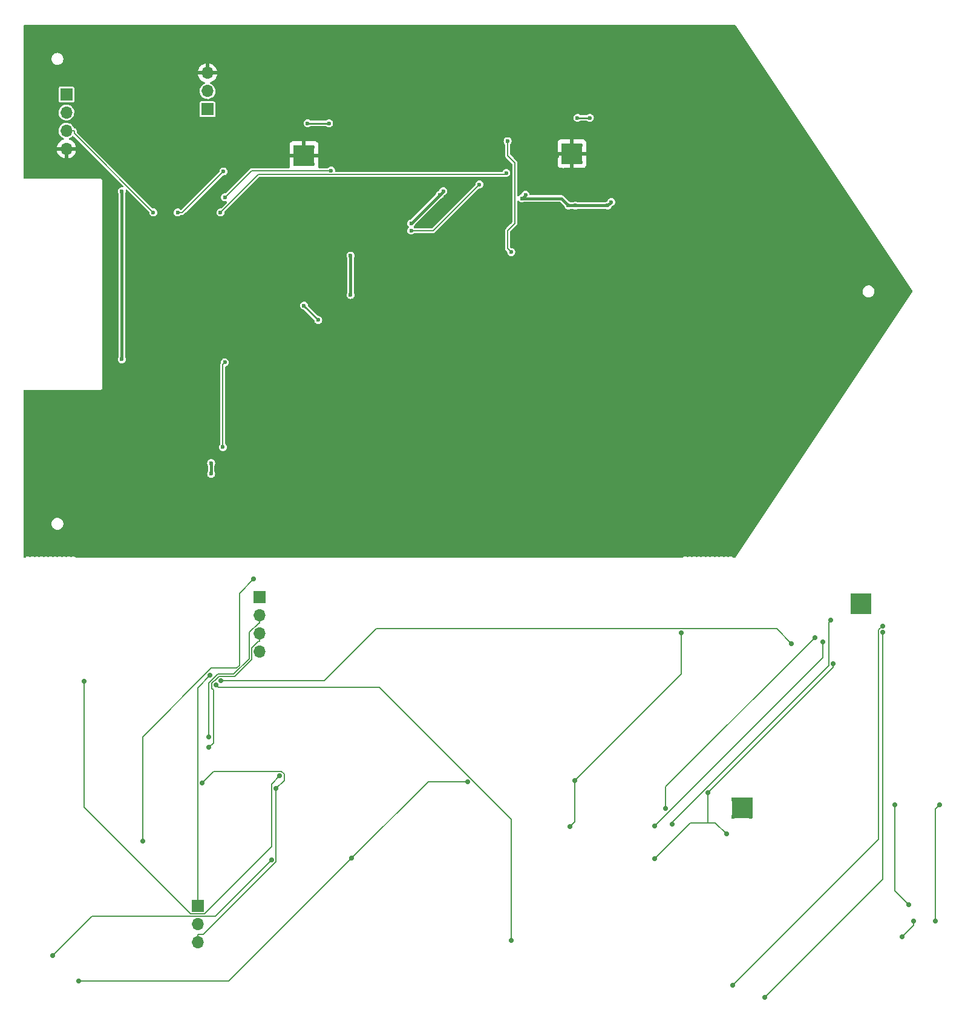
<source format=gbr>
G04 #@! TF.GenerationSoftware,KiCad,Pcbnew,(6.0.7)*
G04 #@! TF.CreationDate,2022-08-30T21:45:04-07:00*
G04 #@! TF.ProjectId,CombinedPanel,436f6d62-696e-4656-9450-616e656c2e6b,rev?*
G04 #@! TF.SameCoordinates,Original*
G04 #@! TF.FileFunction,Copper,L2,Bot*
G04 #@! TF.FilePolarity,Positive*
%FSLAX46Y46*%
G04 Gerber Fmt 4.6, Leading zero omitted, Abs format (unit mm)*
G04 Created by KiCad (PCBNEW (6.0.7)) date 2022-08-30 21:45:04*
%MOMM*%
%LPD*%
G01*
G04 APERTURE LIST*
G04 #@! TA.AperFunction,ComponentPad*
%ADD10C,0.600000*%
G04 #@! TD*
G04 #@! TA.AperFunction,SMDPad,CuDef*
%ADD11R,3.000000X3.000000*%
G04 #@! TD*
G04 #@! TA.AperFunction,ComponentPad*
%ADD12R,1.700000X1.700000*%
G04 #@! TD*
G04 #@! TA.AperFunction,ComponentPad*
%ADD13O,1.700000X1.700000*%
G04 #@! TD*
G04 #@! TA.AperFunction,ViaPad*
%ADD14C,0.600000*%
G04 #@! TD*
G04 #@! TA.AperFunction,ViaPad*
%ADD15C,0.700000*%
G04 #@! TD*
G04 #@! TA.AperFunction,Conductor*
%ADD16C,0.200000*%
G04 #@! TD*
G04 #@! TA.AperFunction,Conductor*
%ADD17C,0.400000*%
G04 #@! TD*
G04 #@! TA.AperFunction,Conductor*
%ADD18C,0.160000*%
G04 #@! TD*
G04 #@! TA.AperFunction,Conductor*
%ADD19C,0.254000*%
G04 #@! TD*
G04 APERTURE END LIST*
D10*
X136200000Y20950000D03*
X133800000Y18550000D03*
X133800000Y20950000D03*
X136200000Y18550000D03*
D11*
X135000000Y19750000D03*
D10*
X96300000Y20700000D03*
D11*
X97500000Y19500000D03*
D10*
X98700000Y18300000D03*
X96300000Y18300000D03*
X98700000Y20700000D03*
D12*
X84000000Y25960000D03*
D13*
X84000000Y28500000D03*
X84000000Y31040000D03*
D12*
X64250000Y28050000D03*
D13*
X64250000Y25510000D03*
X64250000Y22970000D03*
X64250000Y20430000D03*
D12*
X91279900Y-42217800D03*
D13*
X91279900Y-44757800D03*
X91279900Y-47297800D03*
X91279900Y-49837800D03*
D12*
X82629900Y-85427800D03*
D13*
X82629900Y-87967800D03*
X82629900Y-90507800D03*
D10*
X160010000Y-70537800D03*
D11*
X158810000Y-71737800D03*
D10*
X160010000Y-72937800D03*
X157610000Y-70537800D03*
X157610000Y-72937800D03*
D11*
X175420000Y-43187800D03*
D10*
X174220000Y-41987800D03*
X174220000Y-44387800D03*
X176620000Y-44387800D03*
X176620000Y-41987800D03*
D14*
X72000000Y14500000D03*
X72000000Y-9000000D03*
X117000000Y14500000D03*
X112500000Y10000000D03*
X126500000Y6000000D03*
X126000000Y21500000D03*
X97500000Y-1500000D03*
X99500000Y-3500000D03*
X84500000Y-23500000D03*
X84500000Y-25000000D03*
X134500000Y12500000D03*
X140000000Y12500000D03*
X128000000Y13500000D03*
X104000000Y0D03*
X104000000Y5500000D03*
X76400500Y11535400D03*
X86440500Y13649700D03*
X62000000Y-21000000D03*
X86500000Y-4000000D03*
X122000000Y19500000D03*
X70500000Y8000000D03*
X70500000Y-5000000D03*
X112750000Y26500000D03*
X140500000Y20750000D03*
X81500000Y500000D03*
X82500000Y-25000000D03*
X98250000Y15000000D03*
X95000000Y880000D03*
X75000000Y500000D03*
X119500000Y-13000000D03*
X97988000Y3630000D03*
X73250000Y-14500000D03*
X172750000Y3000000D03*
X113000000Y3600000D03*
X132962500Y19363300D03*
X125000000Y-15000000D03*
X135717000Y15217400D03*
X164750000Y14000000D03*
X124500000Y-19000000D03*
X75500000Y26250000D03*
X101295200Y17401900D03*
X104000000Y-25000000D03*
X124500000Y-10500000D03*
X125800300Y17043800D03*
X85800000Y11535400D03*
X86219500Y17280300D03*
X159250000Y-16500000D03*
X86147300Y-21264000D03*
X79820000Y11535400D03*
X116000000Y7100000D03*
X135750000Y24750000D03*
X137500000Y24750000D03*
X101000000Y24000000D03*
X98000000Y24000000D03*
X122053100Y15444100D03*
X112500000Y9000000D03*
X103000000Y20000000D03*
X86426700Y-9415000D03*
X126000000Y18000000D03*
X159500000Y24500000D03*
X158000000Y-10000000D03*
X127000000Y8100000D03*
X94500000Y-6500000D03*
X126000000Y23000000D03*
X116500000Y14000000D03*
X140500000Y13000000D03*
X135500000Y12500000D03*
X128500000Y14000000D03*
D15*
X83227200Y-68248900D03*
X93553100Y-69035500D03*
X171525900Y-51592100D03*
X154035300Y-69561000D03*
X156632200Y-75341500D03*
X146537300Y-78813300D03*
X92958000Y-79016700D03*
X135402300Y-67910800D03*
X150280300Y-47254000D03*
X134739000Y-74331100D03*
X62318500Y-92383700D03*
X120418700Y-68048300D03*
X104167500Y-78777400D03*
X65953200Y-95962500D03*
X185828200Y-87564200D03*
X186440000Y-71298400D03*
X126497800Y-90281000D03*
X85202400Y-54529200D03*
X165720100Y-48732800D03*
X85843800Y-53947100D03*
X157490300Y-96531300D03*
X178453400Y-46272800D03*
X161991500Y-98175000D03*
X178487400Y-47171800D03*
X90456200Y-39717800D03*
X74931100Y-76322800D03*
X148123100Y-71781900D03*
X168990500Y-47905900D03*
X146526300Y-74269500D03*
X170095700Y-48543500D03*
X149013900Y-73958500D03*
X171240500Y-45456400D03*
X84351900Y-53194700D03*
X84196700Y-63267800D03*
X84197200Y-61767800D03*
X66716400Y-54053600D03*
X94075900Y-67250900D03*
X180161400Y-71291500D03*
X182103500Y-85218400D03*
X182839100Y-87576000D03*
X181234600Y-89765400D03*
D16*
X127000000Y18500000D02*
X127000000Y10000000D01*
X126000000Y9000000D02*
X126000000Y6500000D01*
X126500000Y9500000D02*
X126000000Y9000000D01*
X126000000Y19500000D02*
X127000000Y18500000D01*
X126000000Y21500000D02*
X126000000Y19500000D01*
X126000000Y6500000D02*
X126500000Y6000000D01*
X127000000Y10000000D02*
X126500000Y9500000D01*
D17*
X84500000Y-25000000D02*
X84500000Y-23500000D01*
D18*
X64250000Y22970000D02*
X65340100Y22970000D01*
X65340100Y22595800D02*
X65340100Y22970000D01*
X76400500Y11535400D02*
X65340100Y22595800D01*
X86219500Y17280300D02*
X80474600Y11535400D01*
X91126400Y16861800D02*
X85800000Y11535400D01*
X86440500Y13649700D02*
X90192700Y17401900D01*
X125800300Y17043800D02*
X125618300Y16861800D01*
X125618300Y16861800D02*
X91126400Y16861800D01*
X90192700Y17401900D02*
X101295200Y17401900D01*
X80474600Y11535400D02*
X79820000Y11535400D01*
X112500000Y9000000D02*
X115609000Y9000000D01*
X115609000Y9000000D02*
X122053100Y15444100D01*
D19*
X97500000Y-1500000D02*
X99500000Y-3500000D01*
D17*
X140000000Y12500000D02*
X140500000Y13000000D01*
X133500000Y13500000D02*
X134500000Y12500000D01*
X128000000Y13500000D02*
X133500000Y13500000D01*
X134500000Y12500000D02*
X135500000Y12500000D01*
X135500000Y12500000D02*
X140000000Y12500000D01*
X104000000Y0D02*
X104000000Y5500000D01*
D19*
X137500000Y24750000D02*
X135750000Y24750000D01*
D17*
X72000000Y-9000000D02*
X72000000Y14500000D01*
D19*
X98000000Y24000000D02*
X101000000Y24000000D01*
D18*
X86426700Y-9415000D02*
X86147300Y-9694400D01*
X86147300Y-9694400D02*
X86147300Y-21264000D01*
D17*
X116500000Y14000000D02*
X117000000Y14500000D01*
X112500000Y10000000D02*
X116500000Y14000000D01*
X128000000Y13500000D02*
X128500000Y14000000D01*
D18*
X82629900Y-90507800D02*
X82629900Y-89412700D01*
X84868300Y-66607800D02*
X83227200Y-68248900D01*
X93553100Y-69035500D02*
X94710500Y-67878100D01*
X83404300Y-89412700D02*
X82629900Y-89412700D01*
X93553100Y-79263900D02*
X83404300Y-89412700D01*
X93553100Y-69035500D02*
X93553100Y-79263900D01*
X94710500Y-67878100D02*
X94710500Y-67004000D01*
X94710500Y-67004000D02*
X94314300Y-66607800D01*
X94314300Y-66607800D02*
X84868300Y-66607800D01*
X154035300Y-69561000D02*
X171525900Y-52070400D01*
X151566800Y-73783800D02*
X154035300Y-73783800D01*
X171525900Y-52070400D02*
X171525900Y-51592100D01*
X154035300Y-73783800D02*
X154035300Y-69561000D01*
X146537300Y-78813300D02*
X151566800Y-73783800D01*
X155074500Y-73783800D02*
X156632200Y-75341500D01*
X154035300Y-73783800D02*
X155074500Y-73783800D01*
X135402300Y-73667800D02*
X134739000Y-74331100D01*
X85118700Y-86856000D02*
X92958000Y-79016700D01*
X62318500Y-92383700D02*
X67846200Y-86856000D01*
X67846200Y-86856000D02*
X85118700Y-86856000D01*
X135402300Y-67910800D02*
X135402300Y-73667800D01*
X135402300Y-67910800D02*
X150280300Y-53032800D01*
X150280300Y-53032800D02*
X150280300Y-47254000D01*
X86982400Y-95962500D02*
X104167500Y-78777400D01*
X65953200Y-95962500D02*
X86982400Y-95962500D01*
X114896500Y-68048400D02*
X120418700Y-68048400D01*
X104167500Y-78777400D02*
X114896500Y-68048400D01*
X120418700Y-68048400D02*
X120418700Y-68048300D01*
X185828200Y-71910200D02*
X185828200Y-87564200D01*
X186440000Y-71298400D02*
X185828200Y-71910200D01*
X108046100Y-54825900D02*
X85499100Y-54825900D01*
X126497800Y-73277600D02*
X108046100Y-54825900D01*
X85499100Y-54825900D02*
X85202400Y-54529200D01*
X126497800Y-90281000D02*
X126497800Y-73277600D01*
X163646200Y-46658900D02*
X107600100Y-46658900D01*
X100311900Y-53947100D02*
X85843800Y-53947100D01*
X107600100Y-46658900D02*
X100311900Y-53947100D01*
X165720100Y-48732800D02*
X163646200Y-46658900D01*
X177892300Y-46833900D02*
X177892300Y-76129300D01*
X177892300Y-76129300D02*
X157490300Y-96531300D01*
X178453400Y-46272800D02*
X177892300Y-46833900D01*
X178487400Y-81679100D02*
X178487400Y-47171800D01*
X161991500Y-98175000D02*
X178487400Y-81679100D01*
X88470500Y-51776600D02*
X88470500Y-41703500D01*
X84532500Y-52158900D02*
X88088200Y-52158900D01*
X74931100Y-61760300D02*
X84532500Y-52158900D01*
X74931100Y-76322800D02*
X74931100Y-61760300D01*
X88088200Y-52158900D02*
X88470500Y-51776600D01*
X88470500Y-41703500D02*
X90456200Y-39717800D01*
X148123100Y-68773300D02*
X148123100Y-71781900D01*
X168990500Y-47905900D02*
X148123100Y-68773300D01*
X170095700Y-48543500D02*
X170095700Y-50700100D01*
X170095700Y-50700100D02*
X146526300Y-74269500D01*
X170930800Y-51824000D02*
X170930800Y-45766100D01*
X149013900Y-73740900D02*
X170930800Y-51824000D01*
X149013900Y-73958500D02*
X149013900Y-73740900D01*
X170930800Y-45766100D02*
X171240500Y-45456400D01*
X82629900Y-85427800D02*
X82629900Y-84332700D01*
X82629900Y-84332700D02*
X82629900Y-54916700D01*
X82629900Y-54916700D02*
X84351900Y-53194700D01*
X85021400Y-53928100D02*
X84962000Y-53928100D01*
X84962000Y-53928100D02*
X84607300Y-54282800D01*
X84806100Y-62658400D02*
X84196700Y-63267800D01*
X90184800Y-49351000D02*
X90184800Y-50986800D01*
X91142900Y-48392900D02*
X90184800Y-49351000D01*
X85248700Y-53700800D02*
X85021400Y-53928100D01*
X85248700Y-53700700D02*
X85248700Y-53700800D01*
X91279900Y-48392900D02*
X91142900Y-48392900D01*
X84806100Y-55239400D02*
X84806100Y-62658400D01*
X84607300Y-54282800D02*
X84607300Y-55040600D01*
X85597400Y-53352000D02*
X85248700Y-53700700D01*
X84607300Y-55040600D02*
X84806100Y-55239400D01*
X90184800Y-50986800D02*
X87819600Y-53352000D01*
X91279900Y-47297800D02*
X91279900Y-48392900D01*
X87819600Y-53352000D02*
X85597400Y-53352000D01*
X84886800Y-53603000D02*
X84827400Y-53603000D01*
X89835100Y-47184200D02*
X89835100Y-50871900D01*
X84827400Y-53603000D02*
X84197200Y-54233200D01*
X87680100Y-53026900D02*
X85462800Y-53026900D01*
X91279900Y-44757800D02*
X91279900Y-45852900D01*
X89835100Y-50871900D02*
X87680100Y-53026900D01*
X84886800Y-53602900D02*
X84886800Y-53603000D01*
X91166400Y-45852900D02*
X89835100Y-47184200D01*
X91279900Y-45852900D02*
X91166400Y-45852900D01*
X84197200Y-54233200D02*
X84197200Y-61767800D01*
X85462800Y-53026900D02*
X84886800Y-53602900D01*
X92957900Y-68368900D02*
X94075900Y-67250900D01*
X83575200Y-86530800D02*
X92957900Y-77148100D01*
X66716400Y-71636500D02*
X81610700Y-86530800D01*
X66716400Y-54053600D02*
X66716400Y-71636500D01*
X92957900Y-77148100D02*
X92957900Y-68368900D01*
X81610700Y-86530800D02*
X83575200Y-86530800D01*
X180161400Y-83276300D02*
X180161400Y-71291500D01*
X182103500Y-85218400D02*
X180161400Y-83276300D01*
X181234600Y-89765400D02*
X182839100Y-88160900D01*
X182839100Y-88160900D02*
X182839100Y-87576000D01*
G04 #@! TA.AperFunction,Conductor*
G36*
X157864484Y37725498D02*
G01*
X157901201Y37689392D01*
X182647534Y569892D01*
X182668678Y502117D01*
X182647534Y430108D01*
X157901201Y-36689392D01*
X157846772Y-36734977D01*
X157796363Y-36745500D01*
X157601529Y-36745500D01*
X157533408Y-36725498D01*
X157502580Y-36697507D01*
X157488550Y-36679710D01*
X157488547Y-36679708D01*
X157482718Y-36672313D01*
X157474974Y-36666961D01*
X157474972Y-36666959D01*
X157427740Y-36634315D01*
X157372762Y-36596318D01*
X157245321Y-36556013D01*
X157238802Y-36555500D01*
X157141603Y-36555500D01*
X157136956Y-36556199D01*
X157136951Y-36556199D01*
X157052134Y-36568951D01*
X157052133Y-36568951D01*
X157042823Y-36570351D01*
X156922332Y-36628210D01*
X156921221Y-36629237D01*
X156857606Y-36649704D01*
X156788994Y-36631458D01*
X156782732Y-36627398D01*
X156745513Y-36601674D01*
X156745508Y-36601672D01*
X156737762Y-36596318D01*
X156610321Y-36556013D01*
X156603802Y-36555500D01*
X156506603Y-36555500D01*
X156501956Y-36556199D01*
X156501951Y-36556199D01*
X156417134Y-36568951D01*
X156417133Y-36568951D01*
X156407823Y-36570351D01*
X156287332Y-36628210D01*
X156286221Y-36629237D01*
X156222606Y-36649704D01*
X156153994Y-36631458D01*
X156147732Y-36627398D01*
X156110513Y-36601674D01*
X156110508Y-36601672D01*
X156102762Y-36596318D01*
X155975321Y-36556013D01*
X155968802Y-36555500D01*
X155871603Y-36555500D01*
X155866956Y-36556199D01*
X155866951Y-36556199D01*
X155782134Y-36568951D01*
X155782133Y-36568951D01*
X155772823Y-36570351D01*
X155652332Y-36628210D01*
X155651221Y-36629237D01*
X155587606Y-36649704D01*
X155518994Y-36631458D01*
X155512732Y-36627398D01*
X155475513Y-36601674D01*
X155475508Y-36601672D01*
X155467762Y-36596318D01*
X155340321Y-36556013D01*
X155333802Y-36555500D01*
X155236603Y-36555500D01*
X155231956Y-36556199D01*
X155231951Y-36556199D01*
X155147134Y-36568951D01*
X155147133Y-36568951D01*
X155137823Y-36570351D01*
X155017332Y-36628210D01*
X155016221Y-36629237D01*
X154952606Y-36649704D01*
X154883994Y-36631458D01*
X154877732Y-36627398D01*
X154840513Y-36601674D01*
X154840508Y-36601672D01*
X154832762Y-36596318D01*
X154705321Y-36556013D01*
X154698802Y-36555500D01*
X154601603Y-36555500D01*
X154596956Y-36556199D01*
X154596951Y-36556199D01*
X154512134Y-36568951D01*
X154512133Y-36568951D01*
X154502823Y-36570351D01*
X154382332Y-36628210D01*
X154381221Y-36629237D01*
X154317606Y-36649704D01*
X154248994Y-36631458D01*
X154242732Y-36627398D01*
X154205513Y-36601674D01*
X154205508Y-36601672D01*
X154197762Y-36596318D01*
X154070321Y-36556013D01*
X154063802Y-36555500D01*
X153966603Y-36555500D01*
X153961956Y-36556199D01*
X153961951Y-36556199D01*
X153877134Y-36568951D01*
X153877133Y-36568951D01*
X153867823Y-36570351D01*
X153747332Y-36628210D01*
X153746221Y-36629237D01*
X153682606Y-36649704D01*
X153613994Y-36631458D01*
X153607732Y-36627398D01*
X153570513Y-36601674D01*
X153570508Y-36601672D01*
X153562762Y-36596318D01*
X153435321Y-36556013D01*
X153428802Y-36555500D01*
X153331603Y-36555500D01*
X153326956Y-36556199D01*
X153326951Y-36556199D01*
X153242134Y-36568951D01*
X153242133Y-36568951D01*
X153232823Y-36570351D01*
X153112332Y-36628210D01*
X153111221Y-36629237D01*
X153047606Y-36649704D01*
X152978994Y-36631458D01*
X152972732Y-36627398D01*
X152935513Y-36601674D01*
X152935508Y-36601672D01*
X152927762Y-36596318D01*
X152800321Y-36556013D01*
X152793802Y-36555500D01*
X152696603Y-36555500D01*
X152691956Y-36556199D01*
X152691951Y-36556199D01*
X152607134Y-36568951D01*
X152607133Y-36568951D01*
X152597823Y-36570351D01*
X152477332Y-36628210D01*
X152476221Y-36629237D01*
X152412606Y-36649704D01*
X152343994Y-36631458D01*
X152337732Y-36627398D01*
X152300513Y-36601674D01*
X152300508Y-36601672D01*
X152292762Y-36596318D01*
X152165321Y-36556013D01*
X152158802Y-36555500D01*
X152061603Y-36555500D01*
X152056956Y-36556199D01*
X152056951Y-36556199D01*
X151972134Y-36568951D01*
X151972133Y-36568951D01*
X151962823Y-36570351D01*
X151842332Y-36628210D01*
X151841221Y-36629237D01*
X151777606Y-36649704D01*
X151708994Y-36631458D01*
X151702732Y-36627398D01*
X151665513Y-36601674D01*
X151665508Y-36601672D01*
X151657762Y-36596318D01*
X151530321Y-36556013D01*
X151523802Y-36555500D01*
X151426603Y-36555500D01*
X151421956Y-36556199D01*
X151421951Y-36556199D01*
X151337134Y-36568951D01*
X151337133Y-36568951D01*
X151327823Y-36570351D01*
X151207332Y-36628210D01*
X151206221Y-36629237D01*
X151142606Y-36649704D01*
X151073994Y-36631458D01*
X151067732Y-36627398D01*
X151030513Y-36601674D01*
X151030508Y-36601672D01*
X151022762Y-36596318D01*
X150895321Y-36556013D01*
X150888802Y-36555500D01*
X150791603Y-36555500D01*
X150786956Y-36556199D01*
X150786951Y-36556199D01*
X150702134Y-36568951D01*
X150702133Y-36568951D01*
X150692823Y-36570351D01*
X150627593Y-36601674D01*
X150590471Y-36619500D01*
X150572332Y-36628210D01*
X150481659Y-36712026D01*
X150418062Y-36743577D01*
X150396133Y-36745500D01*
X65601529Y-36745500D01*
X65533408Y-36725498D01*
X65502580Y-36697507D01*
X65488550Y-36679710D01*
X65488547Y-36679708D01*
X65482718Y-36672313D01*
X65474974Y-36666961D01*
X65474972Y-36666959D01*
X65427740Y-36634316D01*
X65372762Y-36596318D01*
X65245321Y-36556013D01*
X65238802Y-36555500D01*
X65141603Y-36555500D01*
X65136956Y-36556199D01*
X65136951Y-36556199D01*
X65052134Y-36568951D01*
X65052133Y-36568951D01*
X65042823Y-36570351D01*
X64922332Y-36628210D01*
X64921221Y-36629237D01*
X64857606Y-36649704D01*
X64788994Y-36631458D01*
X64782732Y-36627398D01*
X64745513Y-36601674D01*
X64745508Y-36601672D01*
X64737762Y-36596318D01*
X64610321Y-36556013D01*
X64603802Y-36555500D01*
X64506603Y-36555500D01*
X64501956Y-36556199D01*
X64501951Y-36556199D01*
X64417134Y-36568951D01*
X64417133Y-36568951D01*
X64407823Y-36570351D01*
X64287332Y-36628210D01*
X64286221Y-36629237D01*
X64222606Y-36649704D01*
X64153994Y-36631458D01*
X64147732Y-36627398D01*
X64110513Y-36601674D01*
X64110508Y-36601672D01*
X64102762Y-36596318D01*
X63975321Y-36556013D01*
X63968802Y-36555500D01*
X63871603Y-36555500D01*
X63866956Y-36556199D01*
X63866951Y-36556199D01*
X63782134Y-36568951D01*
X63782133Y-36568951D01*
X63772823Y-36570351D01*
X63652332Y-36628210D01*
X63651221Y-36629237D01*
X63587606Y-36649704D01*
X63518994Y-36631458D01*
X63512732Y-36627398D01*
X63475513Y-36601674D01*
X63475508Y-36601672D01*
X63467762Y-36596318D01*
X63340321Y-36556013D01*
X63333802Y-36555500D01*
X63236603Y-36555500D01*
X63231956Y-36556199D01*
X63231951Y-36556199D01*
X63147134Y-36568951D01*
X63147133Y-36568951D01*
X63137823Y-36570351D01*
X63017332Y-36628210D01*
X63016221Y-36629237D01*
X62952606Y-36649704D01*
X62883994Y-36631458D01*
X62877732Y-36627398D01*
X62840513Y-36601674D01*
X62840508Y-36601672D01*
X62832762Y-36596318D01*
X62705321Y-36556013D01*
X62698802Y-36555500D01*
X62601603Y-36555500D01*
X62596956Y-36556199D01*
X62596951Y-36556199D01*
X62512134Y-36568951D01*
X62512133Y-36568951D01*
X62502823Y-36570351D01*
X62382332Y-36628210D01*
X62381221Y-36629237D01*
X62317606Y-36649704D01*
X62248994Y-36631458D01*
X62242732Y-36627398D01*
X62205513Y-36601674D01*
X62205508Y-36601672D01*
X62197762Y-36596318D01*
X62070321Y-36556013D01*
X62063802Y-36555500D01*
X61966603Y-36555500D01*
X61961956Y-36556199D01*
X61961951Y-36556199D01*
X61877134Y-36568951D01*
X61877133Y-36568951D01*
X61867823Y-36570351D01*
X61747332Y-36628210D01*
X61746221Y-36629237D01*
X61682606Y-36649704D01*
X61613994Y-36631458D01*
X61607732Y-36627398D01*
X61570513Y-36601674D01*
X61570508Y-36601672D01*
X61562762Y-36596318D01*
X61435321Y-36556013D01*
X61428802Y-36555500D01*
X61331603Y-36555500D01*
X61326956Y-36556199D01*
X61326951Y-36556199D01*
X61242134Y-36568951D01*
X61242133Y-36568951D01*
X61232823Y-36570351D01*
X61112332Y-36628210D01*
X61111221Y-36629237D01*
X61047606Y-36649704D01*
X60978994Y-36631458D01*
X60972732Y-36627398D01*
X60935513Y-36601674D01*
X60935508Y-36601672D01*
X60927762Y-36596318D01*
X60800321Y-36556013D01*
X60793802Y-36555500D01*
X60696603Y-36555500D01*
X60691956Y-36556199D01*
X60691951Y-36556199D01*
X60607134Y-36568951D01*
X60607133Y-36568951D01*
X60597823Y-36570351D01*
X60477332Y-36628210D01*
X60476221Y-36629237D01*
X60412606Y-36649704D01*
X60343994Y-36631458D01*
X60337732Y-36627398D01*
X60300513Y-36601674D01*
X60300508Y-36601672D01*
X60292762Y-36596318D01*
X60165321Y-36556013D01*
X60158802Y-36555500D01*
X60061603Y-36555500D01*
X60056956Y-36556199D01*
X60056951Y-36556199D01*
X59972134Y-36568951D01*
X59972133Y-36568951D01*
X59962823Y-36570351D01*
X59842332Y-36628210D01*
X59841221Y-36629237D01*
X59777606Y-36649704D01*
X59708994Y-36631458D01*
X59702732Y-36627398D01*
X59665513Y-36601674D01*
X59665508Y-36601672D01*
X59657762Y-36596318D01*
X59530321Y-36556013D01*
X59523802Y-36555500D01*
X59426603Y-36555500D01*
X59421956Y-36556199D01*
X59421951Y-36556199D01*
X59337134Y-36568951D01*
X59337133Y-36568951D01*
X59327823Y-36570351D01*
X59207332Y-36628210D01*
X59206221Y-36629237D01*
X59142606Y-36649704D01*
X59073994Y-36631458D01*
X59067732Y-36627398D01*
X59030513Y-36601674D01*
X59030508Y-36601672D01*
X59022762Y-36596318D01*
X58895321Y-36556013D01*
X58888802Y-36555500D01*
X58791603Y-36555500D01*
X58786956Y-36556199D01*
X58786951Y-36556199D01*
X58702134Y-36568951D01*
X58702133Y-36568951D01*
X58692823Y-36570351D01*
X58627593Y-36601674D01*
X58590471Y-36619500D01*
X58572332Y-36628210D01*
X58481659Y-36712026D01*
X58418062Y-36743577D01*
X58396133Y-36745500D01*
X58380500Y-36745500D01*
X58312379Y-36725498D01*
X58265886Y-36671842D01*
X58254500Y-36619500D01*
X58254500Y-31953367D01*
X62165906Y-31953367D01*
X62175349Y-32133564D01*
X62177162Y-32140144D01*
X62177162Y-32140147D01*
X62219363Y-32293351D01*
X62223268Y-32307530D01*
X62307424Y-32467148D01*
X62311826Y-32472357D01*
X62311828Y-32472360D01*
X62419487Y-32599757D01*
X62419491Y-32599761D01*
X62423894Y-32604971D01*
X62429318Y-32609118D01*
X62429319Y-32609119D01*
X62561821Y-32710425D01*
X62561825Y-32710428D01*
X62567242Y-32714569D01*
X62573422Y-32717451D01*
X62573424Y-32717452D01*
X62641066Y-32748994D01*
X62730780Y-32790828D01*
X62808984Y-32808309D01*
X62901835Y-32829064D01*
X62901841Y-32829065D01*
X62906879Y-32830191D01*
X62912406Y-32830500D01*
X63045077Y-32830500D01*
X63179389Y-32815909D01*
X63350409Y-32758355D01*
X63505080Y-32665419D01*
X63510042Y-32660727D01*
X63631229Y-32546126D01*
X63631231Y-32546124D01*
X63636187Y-32541437D01*
X63737612Y-32392195D01*
X63769059Y-32313572D01*
X63802089Y-32230992D01*
X63802090Y-32230987D01*
X63804623Y-32224655D01*
X63834094Y-32046633D01*
X63824651Y-31866436D01*
X63797815Y-31769008D01*
X63778545Y-31699052D01*
X63776732Y-31692470D01*
X63692576Y-31532852D01*
X63688174Y-31527643D01*
X63688172Y-31527640D01*
X63580513Y-31400243D01*
X63580509Y-31400239D01*
X63576106Y-31395029D01*
X63570681Y-31390881D01*
X63438179Y-31289575D01*
X63438175Y-31289572D01*
X63432758Y-31285431D01*
X63426578Y-31282549D01*
X63426576Y-31282548D01*
X63346399Y-31245161D01*
X63269220Y-31209172D01*
X63153718Y-31183354D01*
X63098165Y-31170936D01*
X63098159Y-31170935D01*
X63093121Y-31169809D01*
X63087594Y-31169500D01*
X62954923Y-31169500D01*
X62820611Y-31184091D01*
X62649591Y-31241645D01*
X62494920Y-31334581D01*
X62489960Y-31339272D01*
X62489958Y-31339273D01*
X62425485Y-31400243D01*
X62363813Y-31458563D01*
X62262388Y-31607805D01*
X62259855Y-31614139D01*
X62259853Y-31614142D01*
X62197911Y-31769008D01*
X62197910Y-31769013D01*
X62195377Y-31775345D01*
X62165906Y-31953367D01*
X58254500Y-31953367D01*
X58254500Y-25000000D01*
X83940715Y-25000000D01*
X83959772Y-25144754D01*
X84015645Y-25279642D01*
X84104526Y-25395474D01*
X84111076Y-25400500D01*
X84111079Y-25400503D01*
X84213804Y-25479327D01*
X84220357Y-25484355D01*
X84355246Y-25540228D01*
X84500000Y-25559285D01*
X84508188Y-25558207D01*
X84636566Y-25541306D01*
X84644754Y-25540228D01*
X84779643Y-25484355D01*
X84786196Y-25479327D01*
X84888921Y-25400503D01*
X84888924Y-25400500D01*
X84895474Y-25395474D01*
X84984355Y-25279642D01*
X85040228Y-25144754D01*
X85059285Y-25000000D01*
X85040228Y-24855246D01*
X84984355Y-24720358D01*
X84979329Y-24713808D01*
X84975199Y-24706655D01*
X84976804Y-24705728D01*
X84954937Y-24649158D01*
X84954500Y-24638678D01*
X84954500Y-23861322D01*
X84974502Y-23793201D01*
X84978863Y-23786999D01*
X84979329Y-23786192D01*
X84984355Y-23779642D01*
X85040228Y-23644754D01*
X85059285Y-23500000D01*
X85040228Y-23355246D01*
X84984355Y-23220358D01*
X84895474Y-23104526D01*
X84888924Y-23099500D01*
X84888921Y-23099497D01*
X84786196Y-23020673D01*
X84786194Y-23020672D01*
X84779643Y-23015645D01*
X84644754Y-22959772D01*
X84500000Y-22940715D01*
X84491812Y-22941793D01*
X84363432Y-22958694D01*
X84363430Y-22958695D01*
X84355246Y-22959772D01*
X84307430Y-22979578D01*
X84227986Y-23012485D01*
X84227984Y-23012486D01*
X84220358Y-23015645D01*
X84104526Y-23104526D01*
X84015645Y-23220358D01*
X83959772Y-23355246D01*
X83940715Y-23500000D01*
X83959772Y-23644754D01*
X84015645Y-23779642D01*
X84020671Y-23786192D01*
X84024801Y-23793345D01*
X84023196Y-23794272D01*
X84045063Y-23850842D01*
X84045500Y-23861322D01*
X84045500Y-24638678D01*
X84025498Y-24706799D01*
X84021137Y-24713001D01*
X84020671Y-24713808D01*
X84015645Y-24720358D01*
X83959772Y-24855246D01*
X83940715Y-25000000D01*
X58254500Y-25000000D01*
X58254500Y-21264000D01*
X85588015Y-21264000D01*
X85607072Y-21408754D01*
X85662945Y-21543642D01*
X85751826Y-21659474D01*
X85758376Y-21664500D01*
X85758379Y-21664503D01*
X85861104Y-21743327D01*
X85867657Y-21748355D01*
X86002546Y-21804228D01*
X86147300Y-21823285D01*
X86155488Y-21822207D01*
X86283866Y-21805306D01*
X86292054Y-21804228D01*
X86426943Y-21748355D01*
X86433496Y-21743327D01*
X86536221Y-21664503D01*
X86536224Y-21664500D01*
X86542774Y-21659474D01*
X86631655Y-21543642D01*
X86687528Y-21408754D01*
X86706585Y-21264000D01*
X86687528Y-21119246D01*
X86631655Y-20984358D01*
X86542774Y-20868526D01*
X86536227Y-20863502D01*
X86531095Y-20859564D01*
X86489228Y-20802226D01*
X86481800Y-20759602D01*
X86481800Y-10074818D01*
X86501802Y-10006697D01*
X86555458Y-9960204D01*
X86568056Y-9955675D01*
X86571454Y-9955228D01*
X86706343Y-9899355D01*
X86712896Y-9894327D01*
X86815621Y-9815503D01*
X86815624Y-9815500D01*
X86822174Y-9810474D01*
X86911055Y-9694642D01*
X86966928Y-9559754D01*
X86970071Y-9535886D01*
X86984907Y-9423188D01*
X86985985Y-9415000D01*
X86982552Y-9388923D01*
X86968006Y-9278432D01*
X86968005Y-9278430D01*
X86966928Y-9270246D01*
X86911055Y-9135358D01*
X86822174Y-9019526D01*
X86815624Y-9014500D01*
X86815621Y-9014497D01*
X86712896Y-8935673D01*
X86712894Y-8935672D01*
X86706343Y-8930645D01*
X86571454Y-8874772D01*
X86426700Y-8855715D01*
X86418512Y-8856793D01*
X86290132Y-8873694D01*
X86290130Y-8873695D01*
X86281946Y-8874772D01*
X86234130Y-8894578D01*
X86154686Y-8927485D01*
X86154684Y-8927486D01*
X86147058Y-8930645D01*
X86031226Y-9019526D01*
X85942345Y-9135358D01*
X85886472Y-9270246D01*
X85885395Y-9278430D01*
X85885394Y-9278432D01*
X85870848Y-9388923D01*
X85867415Y-9415000D01*
X85868493Y-9423188D01*
X85868493Y-9423191D01*
X85871650Y-9447174D01*
X85860710Y-9517322D01*
X85849943Y-9535886D01*
X85845787Y-9541822D01*
X85839463Y-9550854D01*
X85836610Y-9561501D01*
X85834964Y-9565030D01*
X85833634Y-9568686D01*
X85828124Y-9578229D01*
X85826211Y-9589080D01*
X85821374Y-9616509D01*
X85818995Y-9627238D01*
X85811785Y-9654145D01*
X85811785Y-9654150D01*
X85808932Y-9664796D01*
X85809893Y-9675778D01*
X85812320Y-9703518D01*
X85812800Y-9714500D01*
X85812800Y-20759602D01*
X85792798Y-20827723D01*
X85763505Y-20859564D01*
X85758373Y-20863502D01*
X85751826Y-20868526D01*
X85662945Y-20984358D01*
X85607072Y-21119246D01*
X85588015Y-21264000D01*
X58254500Y-21264000D01*
X58254500Y-13380500D01*
X58274502Y-13312379D01*
X58328158Y-13265886D01*
X58380500Y-13254500D01*
X68962524Y-13254500D01*
X68987103Y-13256921D01*
X69000000Y-13259486D01*
X69099301Y-13239734D01*
X69183484Y-13183484D01*
X69239734Y-13099301D01*
X69254500Y-13025067D01*
X69259486Y-13000000D01*
X69256921Y-12987103D01*
X69254500Y-12962524D01*
X69254500Y15962524D01*
X69256921Y15987106D01*
X69257065Y15987830D01*
X69259486Y16000000D01*
X69239734Y16099301D01*
X69183484Y16183484D01*
X69099301Y16239734D01*
X69025067Y16254500D01*
X69012172Y16257065D01*
X69000000Y16259486D01*
X68987103Y16256921D01*
X68962524Y16254500D01*
X58380500Y16254500D01*
X58312379Y16274502D01*
X58265886Y16328158D01*
X58254500Y16380500D01*
X58254500Y20162034D01*
X62918257Y20162034D01*
X62948565Y20027554D01*
X62951645Y20017725D01*
X63031770Y19820397D01*
X63036413Y19811206D01*
X63147694Y19629612D01*
X63153777Y19621301D01*
X63293213Y19460333D01*
X63300580Y19453117D01*
X63464434Y19317084D01*
X63472881Y19311169D01*
X63656756Y19203721D01*
X63666042Y19199271D01*
X63865001Y19123297D01*
X63874899Y19120421D01*
X63978250Y19099394D01*
X63992299Y19100590D01*
X63996000Y19110935D01*
X63996000Y19111483D01*
X64504000Y19111483D01*
X64508064Y19097641D01*
X64521478Y19095607D01*
X64528184Y19096466D01*
X64538262Y19098608D01*
X64742255Y19159809D01*
X64751842Y19163567D01*
X64943095Y19257261D01*
X64951945Y19262536D01*
X65125328Y19386208D01*
X65133200Y19392861D01*
X65284052Y19543188D01*
X65290730Y19551035D01*
X65415003Y19723980D01*
X65420313Y19732817D01*
X65514670Y19923733D01*
X65518469Y19933328D01*
X65580377Y20137090D01*
X65582555Y20147163D01*
X65583986Y20158038D01*
X65581775Y20172222D01*
X65568617Y20176000D01*
X64522115Y20176000D01*
X64506876Y20171525D01*
X64505671Y20170135D01*
X64504000Y20162452D01*
X64504000Y19111483D01*
X63996000Y19111483D01*
X63996000Y20157885D01*
X63991525Y20173124D01*
X63990135Y20174329D01*
X63982452Y20176000D01*
X62933225Y20176000D01*
X62919694Y20172027D01*
X62918257Y20162034D01*
X58254500Y20162034D01*
X58254500Y20695817D01*
X62914389Y20695817D01*
X62915912Y20687393D01*
X62928292Y20684000D01*
X65568344Y20684000D01*
X65581875Y20687973D01*
X65583180Y20697053D01*
X65541214Y20864125D01*
X65537894Y20873876D01*
X65452972Y21069186D01*
X65448105Y21078261D01*
X65332426Y21257074D01*
X65326136Y21265243D01*
X65182806Y21422760D01*
X65175273Y21429785D01*
X65008139Y21561778D01*
X64999552Y21567483D01*
X64813117Y21670401D01*
X64803705Y21674631D01*
X64689391Y21715112D01*
X64631855Y21756706D01*
X64605939Y21822804D01*
X64619873Y21892420D01*
X64669232Y21943451D01*
X64690943Y21953196D01*
X64701165Y21956666D01*
X64878276Y22055853D01*
X64940934Y22107965D01*
X65029905Y22181962D01*
X65029907Y22181964D01*
X65034345Y22185655D01*
X65056300Y22212052D01*
X65115236Y22251636D01*
X65186218Y22253073D01*
X65242268Y22220578D01*
X72202280Y15260566D01*
X72236306Y15198254D01*
X72231241Y15127439D01*
X72188694Y15070603D01*
X72122174Y15045792D01*
X72096741Y15046549D01*
X72000000Y15059285D01*
X71991812Y15058207D01*
X71863432Y15041306D01*
X71863430Y15041305D01*
X71855246Y15040228D01*
X71807430Y15020422D01*
X71727986Y14987515D01*
X71727984Y14987514D01*
X71720358Y14984355D01*
X71604526Y14895474D01*
X71515645Y14779642D01*
X71459772Y14644754D01*
X71440715Y14500000D01*
X71441793Y14491812D01*
X71455338Y14388928D01*
X71459772Y14355246D01*
X71462931Y14347620D01*
X71491089Y14279642D01*
X71515645Y14220358D01*
X71520671Y14213808D01*
X71524801Y14206655D01*
X71523196Y14205728D01*
X71545063Y14149158D01*
X71545500Y14138678D01*
X71545500Y-8638678D01*
X71525498Y-8706799D01*
X71521137Y-8713001D01*
X71520671Y-8713808D01*
X71515645Y-8720358D01*
X71459772Y-8855246D01*
X71440715Y-9000000D01*
X71441793Y-9008188D01*
X71457673Y-9128807D01*
X71459772Y-9144754D01*
X71515645Y-9279642D01*
X71604526Y-9395474D01*
X71611076Y-9400500D01*
X71611079Y-9400503D01*
X71671902Y-9447174D01*
X71720357Y-9484355D01*
X71837221Y-9532762D01*
X71844764Y-9535886D01*
X71855246Y-9540228D01*
X71863434Y-9541306D01*
X71927623Y-9549757D01*
X72000000Y-9559285D01*
X72008188Y-9558207D01*
X72136566Y-9541306D01*
X72144754Y-9540228D01*
X72155237Y-9535886D01*
X72162779Y-9532762D01*
X72279643Y-9484355D01*
X72328098Y-9447174D01*
X72388921Y-9400503D01*
X72388924Y-9400500D01*
X72395474Y-9395474D01*
X72484355Y-9279642D01*
X72540228Y-9144754D01*
X72542328Y-9128807D01*
X72558207Y-9008188D01*
X72559285Y-9000000D01*
X72540228Y-8855246D01*
X72484355Y-8720358D01*
X72479329Y-8713808D01*
X72475199Y-8706655D01*
X72476804Y-8705728D01*
X72454937Y-8649158D01*
X72454500Y-8638678D01*
X72454500Y-1500000D01*
X96940715Y-1500000D01*
X96959772Y-1644754D01*
X97015645Y-1779642D01*
X97104526Y-1895474D01*
X97111076Y-1900500D01*
X97111079Y-1900503D01*
X97213804Y-1979327D01*
X97220357Y-1984355D01*
X97355246Y-2040228D01*
X97391559Y-2045009D01*
X97480355Y-2056699D01*
X97545283Y-2085421D01*
X97553004Y-2092526D01*
X98907474Y-3446997D01*
X98941500Y-3509309D01*
X98943301Y-3519645D01*
X98959772Y-3644754D01*
X99015645Y-3779642D01*
X99104526Y-3895474D01*
X99111076Y-3900500D01*
X99111079Y-3900503D01*
X99213804Y-3979327D01*
X99220357Y-3984355D01*
X99355246Y-4040228D01*
X99500000Y-4059285D01*
X99508188Y-4058207D01*
X99636566Y-4041306D01*
X99644754Y-4040228D01*
X99779643Y-3984355D01*
X99786196Y-3979327D01*
X99888921Y-3900503D01*
X99888924Y-3900500D01*
X99895474Y-3895474D01*
X99984355Y-3779642D01*
X100040228Y-3644754D01*
X100059285Y-3500000D01*
X100040228Y-3355246D01*
X99984355Y-3220358D01*
X99895474Y-3104526D01*
X99888924Y-3099500D01*
X99888921Y-3099497D01*
X99786196Y-3020673D01*
X99786194Y-3020672D01*
X99779643Y-3015645D01*
X99644754Y-2959772D01*
X99608441Y-2954991D01*
X99519645Y-2943301D01*
X99454717Y-2914579D01*
X99446996Y-2907474D01*
X98092526Y-1553003D01*
X98058500Y-1490691D01*
X98056699Y-1480355D01*
X98051553Y-1441267D01*
X98040228Y-1355246D01*
X97984355Y-1220358D01*
X97895474Y-1104526D01*
X97888924Y-1099500D01*
X97888921Y-1099497D01*
X97786196Y-1020673D01*
X97786194Y-1020672D01*
X97779643Y-1015645D01*
X97644754Y-959772D01*
X97500000Y-940715D01*
X97491812Y-941793D01*
X97363432Y-958694D01*
X97363430Y-958695D01*
X97355246Y-959772D01*
X97307430Y-979578D01*
X97227986Y-1012485D01*
X97227984Y-1012486D01*
X97220358Y-1015645D01*
X97104526Y-1104526D01*
X97015645Y-1220358D01*
X96959772Y-1355246D01*
X96940715Y-1500000D01*
X72454500Y-1500000D01*
X72454500Y0D01*
X103440715Y0D01*
X103441793Y-8188D01*
X103455081Y-109119D01*
X103459772Y-144754D01*
X103462931Y-152380D01*
X103506828Y-258355D01*
X103515645Y-279642D01*
X103604526Y-395474D01*
X103611076Y-400500D01*
X103611079Y-400503D01*
X103713804Y-479327D01*
X103720357Y-484355D01*
X103855246Y-540228D01*
X104000000Y-559285D01*
X104008188Y-558207D01*
X104136566Y-541306D01*
X104144754Y-540228D01*
X104279643Y-484355D01*
X104286196Y-479327D01*
X104388921Y-400503D01*
X104388924Y-400500D01*
X104395474Y-395474D01*
X104484355Y-279642D01*
X104493173Y-258355D01*
X104537069Y-152380D01*
X104540228Y-144754D01*
X104544920Y-109119D01*
X104558207Y-8188D01*
X104559285Y0D01*
X104545835Y102162D01*
X104541306Y136568D01*
X104541305Y136570D01*
X104540228Y144754D01*
X104484355Y279642D01*
X104479329Y286192D01*
X104475199Y293345D01*
X104476804Y294272D01*
X104454937Y350842D01*
X104454500Y361322D01*
X104454500Y546633D01*
X175665906Y546633D01*
X175675349Y366436D01*
X175677162Y359856D01*
X175677162Y359853D01*
X175719363Y206649D01*
X175723268Y192470D01*
X175807424Y32852D01*
X175811826Y27643D01*
X175811828Y27640D01*
X175919487Y-99757D01*
X175919491Y-99761D01*
X175923894Y-104971D01*
X175929318Y-109118D01*
X175929319Y-109119D01*
X176061821Y-210425D01*
X176061825Y-210428D01*
X176067242Y-214569D01*
X176073422Y-217451D01*
X176073424Y-217452D01*
X176141066Y-248994D01*
X176230780Y-290828D01*
X176308984Y-308309D01*
X176401835Y-329064D01*
X176401841Y-329065D01*
X176406879Y-330191D01*
X176412406Y-330500D01*
X176545077Y-330500D01*
X176679389Y-315909D01*
X176850409Y-258355D01*
X177005080Y-165419D01*
X177010042Y-160727D01*
X177131229Y-46126D01*
X177131231Y-46124D01*
X177136187Y-41437D01*
X177237612Y107805D01*
X177240147Y114142D01*
X177302089Y269008D01*
X177302090Y269013D01*
X177304623Y275345D01*
X177334094Y453367D01*
X177331540Y502117D01*
X177329373Y543465D01*
X177324651Y633564D01*
X177321670Y644389D01*
X177278545Y800948D01*
X177276732Y807530D01*
X177192576Y967148D01*
X177188174Y972357D01*
X177188172Y972360D01*
X177080513Y1099757D01*
X177080509Y1099761D01*
X177076106Y1104971D01*
X177070681Y1109119D01*
X176938179Y1210425D01*
X176938175Y1210428D01*
X176932758Y1214569D01*
X176926578Y1217451D01*
X176926576Y1217452D01*
X176846399Y1254839D01*
X176769220Y1290828D01*
X176653718Y1316646D01*
X176598165Y1329064D01*
X176598159Y1329065D01*
X176593121Y1330191D01*
X176587594Y1330500D01*
X176454923Y1330500D01*
X176320611Y1315909D01*
X176149591Y1258355D01*
X175994920Y1165419D01*
X175989960Y1160728D01*
X175989958Y1160727D01*
X175925485Y1099757D01*
X175863813Y1041437D01*
X175762388Y892195D01*
X175759855Y885861D01*
X175759853Y885858D01*
X175697911Y730992D01*
X175697910Y730987D01*
X175695377Y724655D01*
X175665906Y546633D01*
X104454500Y546633D01*
X104454500Y5138678D01*
X104474502Y5206799D01*
X104478863Y5213001D01*
X104479329Y5213808D01*
X104484355Y5220358D01*
X104540228Y5355246D01*
X104559285Y5500000D01*
X104540228Y5644754D01*
X104511625Y5713807D01*
X104487515Y5772014D01*
X104487514Y5772016D01*
X104484355Y5779642D01*
X104395474Y5895474D01*
X104388924Y5900500D01*
X104388921Y5900503D01*
X104286196Y5979327D01*
X104286194Y5979328D01*
X104279643Y5984355D01*
X104144754Y6040228D01*
X104000000Y6059285D01*
X103991812Y6058207D01*
X103863432Y6041306D01*
X103863430Y6041305D01*
X103855246Y6040228D01*
X103834081Y6031461D01*
X103727986Y5987515D01*
X103727984Y5987514D01*
X103720358Y5984355D01*
X103604526Y5895474D01*
X103515645Y5779642D01*
X103512486Y5772016D01*
X103512485Y5772014D01*
X103488375Y5713807D01*
X103459772Y5644754D01*
X103440715Y5500000D01*
X103459772Y5355246D01*
X103515645Y5220358D01*
X103520671Y5213808D01*
X103524801Y5206655D01*
X103523196Y5205728D01*
X103545063Y5149158D01*
X103545500Y5138678D01*
X103545500Y361322D01*
X103525498Y293201D01*
X103521137Y286999D01*
X103520671Y286192D01*
X103515645Y279642D01*
X103459772Y144754D01*
X103458695Y136570D01*
X103458694Y136568D01*
X103454165Y102162D01*
X103440715Y0D01*
X72454500Y0D01*
X72454500Y9000000D01*
X111940715Y9000000D01*
X111959772Y8855246D01*
X111962931Y8847620D01*
X112007590Y8739805D01*
X112015645Y8720358D01*
X112104526Y8604526D01*
X112111076Y8599500D01*
X112111079Y8599497D01*
X112213804Y8520673D01*
X112220357Y8515645D01*
X112355246Y8459772D01*
X112500000Y8440715D01*
X112508188Y8441793D01*
X112636566Y8458694D01*
X112644754Y8459772D01*
X112779643Y8515645D01*
X112786196Y8520673D01*
X112888921Y8599497D01*
X112888924Y8599500D01*
X112895474Y8604526D01*
X112904436Y8616205D01*
X112961774Y8658072D01*
X113004398Y8665500D01*
X115588900Y8665500D01*
X115599882Y8665020D01*
X115627619Y8662593D01*
X115627620Y8662593D01*
X115638604Y8661632D01*
X115649250Y8664485D01*
X115649255Y8664485D01*
X115676162Y8671695D01*
X115686891Y8674074D01*
X115696078Y8675694D01*
X115725171Y8680824D01*
X115734714Y8686334D01*
X115738370Y8687664D01*
X115741900Y8689310D01*
X115752546Y8692163D01*
X115761575Y8698485D01*
X115761579Y8698487D01*
X115784392Y8714461D01*
X115793655Y8720363D01*
X115827329Y8739805D01*
X115852325Y8769594D01*
X115859751Y8777697D01*
X121932963Y14850909D01*
X121995275Y14884935D01*
X122038500Y14886737D01*
X122044912Y14885893D01*
X122053100Y14884815D01*
X122061288Y14885893D01*
X122189666Y14902794D01*
X122197854Y14903872D01*
X122332743Y14959745D01*
X122358264Y14979328D01*
X122442021Y15043597D01*
X122442024Y15043600D01*
X122448574Y15048626D01*
X122537455Y15164458D01*
X122593328Y15299346D01*
X122612385Y15444100D01*
X122593328Y15588854D01*
X122537455Y15723742D01*
X122448574Y15839574D01*
X122442024Y15844600D01*
X122442021Y15844603D01*
X122339296Y15923427D01*
X122339294Y15923428D01*
X122332743Y15928455D01*
X122197854Y15984328D01*
X122171254Y15987830D01*
X122061288Y16002307D01*
X122053100Y16003385D01*
X122044912Y16002307D01*
X121916532Y15985406D01*
X121916530Y15985405D01*
X121908346Y15984328D01*
X121885665Y15974933D01*
X121781086Y15931615D01*
X121781084Y15931614D01*
X121773458Y15928455D01*
X121657626Y15839574D01*
X121568745Y15723742D01*
X121512872Y15588854D01*
X121493815Y15444100D01*
X121494893Y15435912D01*
X121495737Y15429500D01*
X121484795Y15359352D01*
X121459909Y15323963D01*
X115507351Y9371405D01*
X115445039Y9337379D01*
X115418256Y9334500D01*
X113004398Y9334500D01*
X112936277Y9354502D01*
X112904436Y9383795D01*
X112900502Y9388922D01*
X112900500Y9388924D01*
X112895474Y9395474D01*
X112888921Y9400502D01*
X112883084Y9406339D01*
X112884148Y9407403D01*
X112847659Y9457375D01*
X112843437Y9528246D01*
X112878200Y9590149D01*
X112888473Y9599050D01*
X112888920Y9599497D01*
X112895474Y9604526D01*
X112984355Y9720358D01*
X112987515Y9727986D01*
X113037070Y9847621D01*
X113037071Y9847624D01*
X113040228Y9855246D01*
X113041306Y9863432D01*
X113043443Y9871409D01*
X113045232Y9870930D01*
X113069774Y9926398D01*
X113076874Y9934114D01*
X116565886Y13423126D01*
X116628198Y13457152D01*
X116635672Y13458454D01*
X116636570Y13458695D01*
X116644754Y13459772D01*
X116779643Y13515645D01*
X116807562Y13537068D01*
X116888921Y13599497D01*
X116888924Y13599500D01*
X116895474Y13604526D01*
X116984355Y13720358D01*
X116990192Y13734448D01*
X117037067Y13847614D01*
X117037068Y13847616D01*
X117040228Y13855246D01*
X117041307Y13863439D01*
X117042607Y13868293D01*
X117079557Y13928916D01*
X117131706Y13957392D01*
X117136565Y13958694D01*
X117144754Y13959772D01*
X117279643Y14015645D01*
X117286196Y14020673D01*
X117388921Y14099497D01*
X117388924Y14099500D01*
X117395474Y14104526D01*
X117418133Y14134055D01*
X117479328Y14213807D01*
X117484355Y14220358D01*
X117508912Y14279642D01*
X117537069Y14347620D01*
X117540228Y14355246D01*
X117544663Y14388928D01*
X117558207Y14491812D01*
X117559285Y14500000D01*
X117540228Y14644754D01*
X117484355Y14779642D01*
X117395474Y14895474D01*
X117388924Y14900500D01*
X117388921Y14900503D01*
X117286196Y14979327D01*
X117286194Y14979328D01*
X117279643Y14984355D01*
X117144754Y15040228D01*
X117000000Y15059285D01*
X116991812Y15058207D01*
X116863432Y15041306D01*
X116863430Y15041305D01*
X116855246Y15040228D01*
X116807430Y15020422D01*
X116727986Y14987515D01*
X116727984Y14987514D01*
X116720358Y14984355D01*
X116604526Y14895474D01*
X116515645Y14779642D01*
X116459772Y14644754D01*
X116458693Y14636561D01*
X116457393Y14631707D01*
X116420443Y14571084D01*
X116368293Y14542607D01*
X116363439Y14541307D01*
X116355246Y14540228D01*
X116347616Y14537068D01*
X116347614Y14537067D01*
X116227986Y14487515D01*
X116227984Y14487514D01*
X116220358Y14484355D01*
X116104526Y14395474D01*
X116015645Y14279642D01*
X116012486Y14272016D01*
X116012485Y14272014D01*
X115962931Y14152380D01*
X115959772Y14144754D01*
X115958695Y14136570D01*
X115956557Y14128591D01*
X115954768Y14129070D01*
X115930226Y14073602D01*
X115923126Y14065886D01*
X112434114Y10576874D01*
X112371802Y10542848D01*
X112364325Y10541545D01*
X112363431Y10541306D01*
X112355246Y10540228D01*
X112347624Y10537071D01*
X112347621Y10537070D01*
X112227986Y10487515D01*
X112227984Y10487514D01*
X112220358Y10484355D01*
X112104526Y10395474D01*
X112015645Y10279642D01*
X111959772Y10144754D01*
X111940715Y10000000D01*
X111941793Y9991812D01*
X111954771Y9893235D01*
X111959772Y9855246D01*
X111966108Y9839949D01*
X112009922Y9734175D01*
X112015645Y9720358D01*
X112104526Y9604526D01*
X112111079Y9599498D01*
X112116916Y9593661D01*
X112115853Y9592598D01*
X112152343Y9542616D01*
X112156560Y9471744D01*
X112121791Y9409844D01*
X112111518Y9400943D01*
X112111072Y9400497D01*
X112104526Y9395474D01*
X112015645Y9279642D01*
X112012486Y9272016D01*
X112012485Y9272014D01*
X112006533Y9257645D01*
X111959772Y9144754D01*
X111958695Y9136570D01*
X111958694Y9136568D01*
X111943841Y9023745D01*
X111940715Y9000000D01*
X72454500Y9000000D01*
X72454500Y14138678D01*
X72474502Y14206799D01*
X72478863Y14213001D01*
X72479329Y14213808D01*
X72484355Y14220358D01*
X72508912Y14279642D01*
X72537069Y14347620D01*
X72540228Y14355246D01*
X72544663Y14388928D01*
X72558207Y14491812D01*
X72559285Y14500000D01*
X72546549Y14596740D01*
X72557488Y14666887D01*
X72604616Y14719986D01*
X72672970Y14739176D01*
X72740848Y14718365D01*
X72760566Y14702280D01*
X75807309Y11655537D01*
X75841335Y11593225D01*
X75843137Y11550000D01*
X75841215Y11535400D01*
X75860272Y11390646D01*
X75863431Y11383020D01*
X75908090Y11275205D01*
X75916145Y11255758D01*
X76005026Y11139926D01*
X76011576Y11134900D01*
X76011579Y11134897D01*
X76114304Y11056073D01*
X76120857Y11051045D01*
X76255746Y10995172D01*
X76400500Y10976115D01*
X76408688Y10977193D01*
X76537066Y10994094D01*
X76545254Y10995172D01*
X76680143Y11051045D01*
X76686696Y11056073D01*
X76789421Y11134897D01*
X76789424Y11134900D01*
X76795974Y11139926D01*
X76884855Y11255758D01*
X76892911Y11275205D01*
X76937569Y11383020D01*
X76940728Y11390646D01*
X76959785Y11535400D01*
X79260715Y11535400D01*
X79279772Y11390646D01*
X79282931Y11383020D01*
X79327590Y11275205D01*
X79335645Y11255758D01*
X79424526Y11139926D01*
X79431076Y11134900D01*
X79431079Y11134897D01*
X79533804Y11056073D01*
X79540357Y11051045D01*
X79675246Y10995172D01*
X79820000Y10976115D01*
X79828188Y10977193D01*
X79956566Y10994094D01*
X79964754Y10995172D01*
X80099643Y11051045D01*
X80106196Y11056073D01*
X80208921Y11134897D01*
X80208924Y11134900D01*
X80215474Y11139926D01*
X80224436Y11151605D01*
X80281774Y11193472D01*
X80324398Y11200900D01*
X80454500Y11200900D01*
X80465482Y11200420D01*
X80493219Y11197993D01*
X80493220Y11197993D01*
X80504204Y11197032D01*
X80514850Y11199885D01*
X80514855Y11199885D01*
X80541762Y11207095D01*
X80552491Y11209474D01*
X80561678Y11211094D01*
X80590771Y11216224D01*
X80600314Y11221734D01*
X80603970Y11223064D01*
X80607500Y11224710D01*
X80618146Y11227563D01*
X80627175Y11233885D01*
X80627179Y11233887D01*
X80649992Y11249861D01*
X80659255Y11255763D01*
X80692929Y11275205D01*
X80717925Y11304994D01*
X80725351Y11313097D01*
X80947654Y11535400D01*
X85240715Y11535400D01*
X85259772Y11390646D01*
X85262931Y11383020D01*
X85307590Y11275205D01*
X85315645Y11255758D01*
X85404526Y11139926D01*
X85411076Y11134900D01*
X85411079Y11134897D01*
X85513804Y11056073D01*
X85520357Y11051045D01*
X85655246Y10995172D01*
X85800000Y10976115D01*
X85808188Y10977193D01*
X85936566Y10994094D01*
X85944754Y10995172D01*
X86079643Y11051045D01*
X86086196Y11056073D01*
X86188921Y11134897D01*
X86188924Y11134900D01*
X86195474Y11139926D01*
X86284355Y11255758D01*
X86292411Y11275205D01*
X86337069Y11383020D01*
X86340228Y11390646D01*
X86359285Y11535400D01*
X86357363Y11550000D01*
X86368305Y11620148D01*
X86393191Y11655537D01*
X88808739Y14071084D01*
X91228050Y16490395D01*
X91290362Y16524421D01*
X91317145Y16527300D01*
X125573199Y16527300D01*
X125621418Y16517708D01*
X125647913Y16506733D01*
X125647918Y16506732D01*
X125655546Y16503572D01*
X125800300Y16484515D01*
X125808488Y16485593D01*
X125844964Y16490395D01*
X125945054Y16503572D01*
X126079943Y16559445D01*
X126086496Y16564473D01*
X126189221Y16643297D01*
X126189224Y16643300D01*
X126195774Y16648326D01*
X126284655Y16764158D01*
X126299905Y16800973D01*
X126337369Y16891420D01*
X126340528Y16899046D01*
X126359585Y17043800D01*
X126340528Y17188554D01*
X126284655Y17323442D01*
X126212967Y17416868D01*
X126200801Y17432723D01*
X126200800Y17432724D01*
X126195774Y17439274D01*
X126189224Y17444300D01*
X126189221Y17444303D01*
X126086496Y17523127D01*
X126086494Y17523128D01*
X126079943Y17528155D01*
X125945054Y17584028D01*
X125800300Y17603085D01*
X125792112Y17602007D01*
X125663732Y17585106D01*
X125663730Y17585105D01*
X125655546Y17584028D01*
X125613213Y17566493D01*
X125528286Y17531315D01*
X125528284Y17531314D01*
X125520658Y17528155D01*
X125404826Y17439274D01*
X125315945Y17323442D01*
X125312785Y17315814D01*
X125312782Y17315808D01*
X125295498Y17274081D01*
X125250950Y17218800D01*
X125179090Y17196300D01*
X101971093Y17196300D01*
X101902972Y17216302D01*
X101856479Y17269958D01*
X101846171Y17338746D01*
X101853407Y17393711D01*
X101853407Y17393712D01*
X101854485Y17401900D01*
X101848903Y17444303D01*
X101836506Y17538468D01*
X101836505Y17538470D01*
X101835428Y17546654D01*
X101799947Y17632313D01*
X101782715Y17673914D01*
X101782714Y17673916D01*
X101779555Y17681542D01*
X101725858Y17751521D01*
X101695701Y17790823D01*
X101695700Y17790824D01*
X101690674Y17797374D01*
X101684124Y17802400D01*
X101684121Y17802403D01*
X101581396Y17881227D01*
X101581394Y17881228D01*
X101574843Y17886255D01*
X101439954Y17942128D01*
X101295200Y17961185D01*
X101287012Y17960107D01*
X101158632Y17943206D01*
X101158630Y17943205D01*
X101150446Y17942128D01*
X101102630Y17922322D01*
X101023186Y17889415D01*
X101023184Y17889414D01*
X101015558Y17886255D01*
X100899726Y17797374D01*
X100894703Y17790828D01*
X100894702Y17790827D01*
X100890764Y17785695D01*
X100833426Y17743828D01*
X100790802Y17736400D01*
X99623237Y17736400D01*
X99555116Y17756402D01*
X99508623Y17810058D01*
X99498519Y17880332D01*
X99500655Y17891549D01*
X99502105Y17897648D01*
X99507631Y17948514D01*
X99508000Y17955328D01*
X99508000Y18234359D01*
X99509226Y18251894D01*
X99512244Y18273372D01*
X99512851Y18281259D01*
X99513058Y18296038D01*
X99512671Y18303939D01*
X99508785Y18338586D01*
X99508000Y18352631D01*
X99508000Y19227885D01*
X99503525Y19243124D01*
X99502135Y19244329D01*
X99494452Y19246000D01*
X95510116Y19246000D01*
X95494877Y19241525D01*
X95493672Y19240135D01*
X95492001Y19232452D01*
X95492001Y18359132D01*
X95491007Y18343339D01*
X95487850Y18318347D01*
X95487654Y18304340D01*
X95491400Y18266131D01*
X95492001Y18253836D01*
X95492001Y17955331D01*
X95492371Y17948510D01*
X95497895Y17897646D01*
X95499346Y17891543D01*
X95495643Y17820643D01*
X95454196Y17763001D01*
X95388164Y17736917D01*
X95376763Y17736400D01*
X90212803Y17736400D01*
X90201822Y17736879D01*
X90174072Y17739307D01*
X90174071Y17739307D01*
X90163096Y17740267D01*
X90152454Y17737415D01*
X90152449Y17737415D01*
X90125546Y17730206D01*
X90114815Y17727827D01*
X90076529Y17721076D01*
X90066983Y17715564D01*
X90063323Y17714232D01*
X90059800Y17712589D01*
X90049154Y17709737D01*
X90040125Y17703415D01*
X90040121Y17703413D01*
X90017305Y17687437D01*
X90008035Y17681531D01*
X89983919Y17667608D01*
X89983917Y17667606D01*
X89974371Y17662095D01*
X89967284Y17653650D01*
X89967285Y17653650D01*
X89949381Y17632313D01*
X89941954Y17624209D01*
X88241173Y15923427D01*
X86560637Y14242891D01*
X86498325Y14208865D01*
X86455100Y14207063D01*
X86448688Y14207907D01*
X86440500Y14208985D01*
X86422802Y14206655D01*
X86303932Y14191006D01*
X86303930Y14191005D01*
X86295746Y14189928D01*
X86288119Y14186769D01*
X86288120Y14186769D01*
X86168486Y14137215D01*
X86168484Y14137214D01*
X86160858Y14134055D01*
X86045026Y14045174D01*
X85956145Y13929342D01*
X85952986Y13921716D01*
X85952985Y13921714D01*
X85931043Y13868742D01*
X85900272Y13794454D01*
X85881215Y13649700D01*
X85882293Y13641512D01*
X85898202Y13520673D01*
X85900272Y13504946D01*
X85910884Y13479327D01*
X85948331Y13388923D01*
X85956145Y13370058D01*
X85961172Y13363507D01*
X86025524Y13279642D01*
X86045026Y13254226D01*
X86051576Y13249200D01*
X86051579Y13249197D01*
X86154304Y13170373D01*
X86160857Y13165345D01*
X86295746Y13109472D01*
X86440500Y13090415D01*
X86580886Y13108897D01*
X86651033Y13097958D01*
X86704132Y13050830D01*
X86723322Y12982476D01*
X86702511Y12914598D01*
X86686426Y12894880D01*
X85920137Y12128591D01*
X85857825Y12094565D01*
X85814600Y12092763D01*
X85808188Y12093607D01*
X85800000Y12094685D01*
X85791812Y12093607D01*
X85663432Y12076706D01*
X85663430Y12076705D01*
X85655246Y12075628D01*
X85607430Y12055822D01*
X85527986Y12022915D01*
X85527984Y12022914D01*
X85520358Y12019755D01*
X85404526Y11930874D01*
X85315645Y11815042D01*
X85259772Y11680154D01*
X85240715Y11535400D01*
X80947654Y11535400D01*
X86099364Y16687109D01*
X86161676Y16721135D01*
X86204902Y16722936D01*
X86211306Y16722093D01*
X86211312Y16722093D01*
X86219500Y16721015D01*
X86227688Y16722093D01*
X86234092Y16722936D01*
X86364254Y16740072D01*
X86499143Y16795945D01*
X86505696Y16800973D01*
X86608421Y16879797D01*
X86608424Y16879800D01*
X86614974Y16884826D01*
X86625886Y16899046D01*
X86698828Y16994107D01*
X86703855Y17000658D01*
X86759728Y17135546D01*
X86768754Y17204102D01*
X86777707Y17272112D01*
X86778785Y17280300D01*
X86771091Y17338746D01*
X86760806Y17416868D01*
X86760805Y17416870D01*
X86759728Y17425054D01*
X86739922Y17472870D01*
X86707015Y17552314D01*
X86707014Y17552316D01*
X86703855Y17559942D01*
X86648323Y17632313D01*
X86620001Y17669223D01*
X86620000Y17669224D01*
X86614974Y17675774D01*
X86608424Y17680800D01*
X86608421Y17680803D01*
X86505696Y17759627D01*
X86505694Y17759628D01*
X86499143Y17764655D01*
X86364254Y17820528D01*
X86219500Y17839585D01*
X86211312Y17838507D01*
X86082932Y17821606D01*
X86082930Y17821605D01*
X86074746Y17820528D01*
X86037775Y17805214D01*
X85947486Y17767815D01*
X85947484Y17767814D01*
X85939858Y17764655D01*
X85860046Y17703413D01*
X85839226Y17687437D01*
X85824026Y17675774D01*
X85735145Y17559942D01*
X85731986Y17552316D01*
X85731985Y17552314D01*
X85699078Y17472870D01*
X85679272Y17425054D01*
X85678195Y17416870D01*
X85678194Y17416868D01*
X85667909Y17338746D01*
X85660215Y17280300D01*
X85661293Y17272112D01*
X85661293Y17272106D01*
X85662136Y17265702D01*
X85651195Y17195554D01*
X85626309Y17160164D01*
X83003213Y14537067D01*
X80394580Y11928434D01*
X80332268Y11894408D01*
X80261453Y11899473D01*
X80218277Y11927221D01*
X80215474Y11930874D01*
X80173696Y11962932D01*
X80106196Y12014727D01*
X80106194Y12014728D01*
X80099643Y12019755D01*
X79964754Y12075628D01*
X79820000Y12094685D01*
X79811812Y12093607D01*
X79683432Y12076706D01*
X79683430Y12076705D01*
X79675246Y12075628D01*
X79627430Y12055822D01*
X79547986Y12022915D01*
X79547984Y12022914D01*
X79540358Y12019755D01*
X79424526Y11930874D01*
X79335645Y11815042D01*
X79279772Y11680154D01*
X79260715Y11535400D01*
X76959785Y11535400D01*
X76940728Y11680154D01*
X76884855Y11815042D01*
X76795974Y11930874D01*
X76789424Y11935900D01*
X76789421Y11935903D01*
X76686696Y12014727D01*
X76686694Y12014728D01*
X76680143Y12019755D01*
X76545254Y12075628D01*
X76400500Y12094685D01*
X76392312Y12093607D01*
X76385900Y12092763D01*
X76315752Y12103705D01*
X76280363Y12128591D01*
X67704614Y20704340D01*
X95487654Y20704340D01*
X95491399Y20666140D01*
X95492000Y20653845D01*
X95492000Y19772115D01*
X95496475Y19756876D01*
X95497865Y19755671D01*
X95505548Y19754000D01*
X97227885Y19754000D01*
X97243124Y19758475D01*
X97244329Y19759865D01*
X97246000Y19767548D01*
X97246000Y19772115D01*
X97754000Y19772115D01*
X97758475Y19756876D01*
X97759865Y19755671D01*
X97767548Y19754000D01*
X99489884Y19754000D01*
X99505123Y19758475D01*
X99506328Y19759865D01*
X99507999Y19767548D01*
X99507999Y20634352D01*
X99509225Y20651888D01*
X99512245Y20673374D01*
X99512851Y20681258D01*
X99513058Y20696038D01*
X99512671Y20703939D01*
X99508784Y20738594D01*
X99507999Y20752639D01*
X99507999Y21044669D01*
X99507629Y21051490D01*
X99502105Y21102352D01*
X99498479Y21117604D01*
X99453324Y21238054D01*
X99444786Y21253649D01*
X99368285Y21355724D01*
X99355724Y21368285D01*
X99253649Y21444786D01*
X99238054Y21453324D01*
X99117606Y21498478D01*
X99111205Y21500000D01*
X125440715Y21500000D01*
X125459772Y21355246D01*
X125462931Y21347620D01*
X125500437Y21257074D01*
X125515645Y21220358D01*
X125604526Y21104526D01*
X125609137Y21100988D01*
X125642621Y21039668D01*
X125645500Y21012885D01*
X125645500Y19551257D01*
X125643394Y19531463D01*
X125643189Y19527110D01*
X125640997Y19516930D01*
X125643672Y19494329D01*
X125644627Y19486263D01*
X125644942Y19480917D01*
X125645072Y19480928D01*
X125645500Y19475748D01*
X125645500Y19470549D01*
X125646353Y19465425D01*
X125646354Y19465412D01*
X125648427Y19452959D01*
X125649264Y19447084D01*
X125654869Y19399730D01*
X125658570Y19392022D01*
X125659975Y19383583D01*
X125682629Y19341599D01*
X125685310Y19336336D01*
X125705955Y19293342D01*
X125709311Y19289350D01*
X125711258Y19287403D01*
X125712748Y19285778D01*
X125712981Y19285346D01*
X125712945Y19285313D01*
X125713084Y19285155D01*
X125716017Y19279720D01*
X125723664Y19272651D01*
X125752881Y19245643D01*
X125756447Y19242214D01*
X126608595Y18390066D01*
X126642621Y18327754D01*
X126645500Y18300971D01*
X126645500Y10199030D01*
X126625498Y10130909D01*
X126608596Y10109935D01*
X126447508Y9948846D01*
X126289356Y9790694D01*
X126289350Y9790689D01*
X126289339Y9790678D01*
X125785578Y9286916D01*
X125770098Y9274414D01*
X125766868Y9271475D01*
X125758118Y9265825D01*
X125738991Y9241562D01*
X125735441Y9237567D01*
X125735540Y9237483D01*
X125732182Y9233520D01*
X125728506Y9229844D01*
X125725483Y9225615D01*
X125725483Y9225614D01*
X125718146Y9215348D01*
X125714585Y9210605D01*
X125691503Y9181325D01*
X125691501Y9181321D01*
X125685054Y9173143D01*
X125682221Y9165075D01*
X125677247Y9158115D01*
X125674263Y9148137D01*
X125663580Y9112414D01*
X125661744Y9106765D01*
X125645950Y9061792D01*
X125645500Y9056596D01*
X125645500Y9053891D01*
X125645403Y9051635D01*
X125645260Y9051159D01*
X125645214Y9051161D01*
X125645201Y9050962D01*
X125643432Y9045045D01*
X125643841Y9034641D01*
X125645403Y8994876D01*
X125645500Y8989930D01*
X125645500Y6551257D01*
X125643394Y6531463D01*
X125643189Y6527110D01*
X125640997Y6516930D01*
X125642221Y6506592D01*
X125644627Y6486263D01*
X125644942Y6480917D01*
X125645072Y6480928D01*
X125645500Y6475748D01*
X125645500Y6470549D01*
X125646353Y6465425D01*
X125646354Y6465412D01*
X125648427Y6452959D01*
X125649264Y6447084D01*
X125654869Y6399730D01*
X125658570Y6392022D01*
X125659975Y6383583D01*
X125682629Y6341599D01*
X125685310Y6336336D01*
X125705955Y6293342D01*
X125709311Y6289350D01*
X125711258Y6287403D01*
X125712748Y6285778D01*
X125712981Y6285346D01*
X125712945Y6285313D01*
X125713084Y6285155D01*
X125716017Y6279720D01*
X125723664Y6272651D01*
X125752881Y6245643D01*
X125756447Y6242214D01*
X125904888Y6093773D01*
X125938914Y6031461D01*
X125941585Y6006611D01*
X125940715Y6000000D01*
X125941793Y5991812D01*
X125955338Y5888928D01*
X125959772Y5855246D01*
X125962931Y5847620D01*
X125991089Y5779642D01*
X126015645Y5720358D01*
X126104526Y5604526D01*
X126111076Y5599500D01*
X126111079Y5599497D01*
X126213804Y5520673D01*
X126220357Y5515645D01*
X126355246Y5459772D01*
X126500000Y5440715D01*
X126508188Y5441793D01*
X126636566Y5458694D01*
X126644754Y5459772D01*
X126779643Y5515645D01*
X126786196Y5520673D01*
X126888921Y5599497D01*
X126888924Y5599500D01*
X126895474Y5604526D01*
X126984355Y5720358D01*
X127008912Y5779642D01*
X127037069Y5847620D01*
X127040228Y5855246D01*
X127044663Y5888928D01*
X127058207Y5991812D01*
X127059285Y6000000D01*
X127040228Y6144754D01*
X127020422Y6192570D01*
X126987515Y6272014D01*
X126987514Y6272016D01*
X126984355Y6279642D01*
X126905313Y6382652D01*
X126900501Y6388923D01*
X126900500Y6388924D01*
X126895474Y6395474D01*
X126888924Y6400500D01*
X126888921Y6400503D01*
X126786196Y6479327D01*
X126786194Y6479328D01*
X126779643Y6484355D01*
X126644754Y6540228D01*
X126500000Y6559285D01*
X126494236Y6558526D01*
X126427202Y6578209D01*
X126406231Y6595109D01*
X126391408Y6609931D01*
X126357380Y6672242D01*
X126354500Y6699029D01*
X126354500Y8800971D01*
X126374502Y8869092D01*
X126391405Y8890066D01*
X127214423Y9713084D01*
X127229909Y9725592D01*
X127233134Y9728526D01*
X127241882Y9734175D01*
X127261003Y9758430D01*
X127264561Y9762433D01*
X127264461Y9762518D01*
X127267814Y9766475D01*
X127271495Y9770156D01*
X127281864Y9784665D01*
X127285426Y9789409D01*
X127308497Y9818675D01*
X127308499Y9818679D01*
X127314946Y9826857D01*
X127317779Y9834925D01*
X127322753Y9841885D01*
X127336420Y9887586D01*
X127338256Y9893235D01*
X127351424Y9930731D01*
X127354050Y9938208D01*
X127354500Y9943404D01*
X127354500Y9946109D01*
X127354597Y9948365D01*
X127354740Y9948841D01*
X127354786Y9948839D01*
X127354799Y9949038D01*
X127356568Y9954955D01*
X127354597Y10005124D01*
X127354500Y10010070D01*
X127354500Y13059182D01*
X127374502Y13127303D01*
X127428158Y13173796D01*
X127498432Y13183900D01*
X127563012Y13154406D01*
X127580463Y13135885D01*
X127599496Y13111080D01*
X127599500Y13111076D01*
X127604526Y13104526D01*
X127611076Y13099500D01*
X127611079Y13099497D01*
X127713804Y13020673D01*
X127720357Y13015645D01*
X127855246Y12959772D01*
X128000000Y12940715D01*
X128008188Y12941793D01*
X128136566Y12958694D01*
X128144754Y12959772D01*
X128152383Y12962932D01*
X128272015Y13012485D01*
X128272017Y13012486D01*
X128279643Y13015645D01*
X128286192Y13020670D01*
X128293348Y13024802D01*
X128294276Y13023195D01*
X128350833Y13045063D01*
X128361322Y13045500D01*
X133259550Y13045500D01*
X133327671Y13025498D01*
X133348645Y13008595D01*
X133923126Y12434114D01*
X133957152Y12371802D01*
X133958455Y12364325D01*
X133958694Y12363431D01*
X133959772Y12355246D01*
X134015645Y12220358D01*
X134104526Y12104526D01*
X134111076Y12099500D01*
X134111079Y12099497D01*
X134213804Y12020673D01*
X134220357Y12015645D01*
X134355246Y11959772D01*
X134500000Y11940715D01*
X134508188Y11941793D01*
X134636566Y11958694D01*
X134644754Y11959772D01*
X134652383Y11962932D01*
X134772015Y12012485D01*
X134772017Y12012486D01*
X134779643Y12015645D01*
X134786192Y12020670D01*
X134793348Y12024802D01*
X134794276Y12023195D01*
X134850833Y12045063D01*
X134861322Y12045500D01*
X135138678Y12045500D01*
X135206799Y12025498D01*
X135213000Y12021137D01*
X135213807Y12020671D01*
X135220357Y12015645D01*
X135227983Y12012486D01*
X135227985Y12012485D01*
X135347617Y11962932D01*
X135355246Y11959772D01*
X135500000Y11940715D01*
X135508188Y11941793D01*
X135636566Y11958694D01*
X135644754Y11959772D01*
X135652383Y11962932D01*
X135772015Y12012485D01*
X135772017Y12012486D01*
X135779643Y12015645D01*
X135786192Y12020670D01*
X135793348Y12024802D01*
X135794276Y12023195D01*
X135850833Y12045063D01*
X135861322Y12045500D01*
X139638678Y12045500D01*
X139706799Y12025498D01*
X139713000Y12021137D01*
X139713807Y12020671D01*
X139720357Y12015645D01*
X139727983Y12012486D01*
X139727985Y12012485D01*
X139847617Y11962932D01*
X139855246Y11959772D01*
X140000000Y11940715D01*
X140008188Y11941793D01*
X140136566Y11958694D01*
X140144754Y11959772D01*
X140279643Y12015645D01*
X140286196Y12020673D01*
X140388921Y12099497D01*
X140388924Y12099500D01*
X140395474Y12104526D01*
X140484355Y12220358D01*
X140540228Y12355246D01*
X140541307Y12363439D01*
X140542607Y12368293D01*
X140579557Y12428916D01*
X140631706Y12457392D01*
X140636565Y12458694D01*
X140644754Y12459772D01*
X140779643Y12515645D01*
X140786196Y12520673D01*
X140888921Y12599497D01*
X140888924Y12599500D01*
X140895474Y12604526D01*
X140984355Y12720358D01*
X141040228Y12855246D01*
X141059285Y13000000D01*
X141049927Y13071084D01*
X141041306Y13136568D01*
X141041305Y13136570D01*
X141040228Y13144754D01*
X141020422Y13192570D01*
X140987515Y13272014D01*
X140987514Y13272016D01*
X140984355Y13279642D01*
X140920003Y13363507D01*
X140900501Y13388923D01*
X140900500Y13388924D01*
X140895474Y13395474D01*
X140888924Y13400500D01*
X140888921Y13400503D01*
X140786196Y13479327D01*
X140786194Y13479328D01*
X140779643Y13484355D01*
X140644754Y13540228D01*
X140500000Y13559285D01*
X140491812Y13558207D01*
X140363432Y13541306D01*
X140363430Y13541305D01*
X140355246Y13540228D01*
X140308037Y13520673D01*
X140227986Y13487515D01*
X140227984Y13487514D01*
X140220358Y13484355D01*
X140104526Y13395474D01*
X140099503Y13388928D01*
X140080168Y13363730D01*
X140015645Y13279642D01*
X140012486Y13272016D01*
X140012485Y13272014D01*
X139970384Y13170373D01*
X139959772Y13144754D01*
X139958693Y13136561D01*
X139957393Y13131707D01*
X139920443Y13071084D01*
X139868293Y13042607D01*
X139863439Y13041307D01*
X139855246Y13040228D01*
X139847616Y13037068D01*
X139847614Y13037067D01*
X139727986Y12987515D01*
X139727984Y12987514D01*
X139720358Y12984355D01*
X139713808Y12979329D01*
X139706655Y12975199D01*
X139705728Y12976804D01*
X139649158Y12954937D01*
X139638678Y12954500D01*
X135861322Y12954500D01*
X135793201Y12974502D01*
X135787000Y12978863D01*
X135786193Y12979329D01*
X135779643Y12984355D01*
X135772017Y12987514D01*
X135772015Y12987515D01*
X135652383Y13037068D01*
X135644754Y13040228D01*
X135626684Y13042607D01*
X135508188Y13058207D01*
X135500000Y13059285D01*
X135491812Y13058207D01*
X135363432Y13041306D01*
X135363430Y13041305D01*
X135355246Y13040228D01*
X135347615Y13037067D01*
X135227986Y12987515D01*
X135227984Y12987514D01*
X135220358Y12984355D01*
X135213808Y12979329D01*
X135206655Y12975199D01*
X135205728Y12976804D01*
X135149158Y12954937D01*
X135138678Y12954500D01*
X134861322Y12954500D01*
X134793201Y12974502D01*
X134787000Y12978863D01*
X134786193Y12979329D01*
X134779643Y12984355D01*
X134772017Y12987514D01*
X134772015Y12987515D01*
X134685875Y13023195D01*
X134644754Y13040228D01*
X134636566Y13041306D01*
X134628590Y13043443D01*
X134629069Y13045232D01*
X134573602Y13069774D01*
X134565886Y13076874D01*
X133845749Y13797011D01*
X133835894Y13808100D01*
X133834835Y13809444D01*
X133814641Y13835059D01*
X133785433Y13855246D01*
X133765906Y13868742D01*
X133762713Y13871024D01*
X133715076Y13906209D01*
X133708203Y13908623D01*
X133702211Y13912764D01*
X133645722Y13930629D01*
X133642001Y13931871D01*
X133586126Y13951493D01*
X133578922Y13951776D01*
X133578751Y13951809D01*
X133571903Y13953975D01*
X133565232Y13954500D01*
X133512062Y13954500D01*
X133507116Y13954597D01*
X133506224Y13954632D01*
X133449563Y13956858D01*
X133442408Y13954961D01*
X133434033Y13954500D01*
X129175774Y13954500D01*
X129107653Y13974502D01*
X129061160Y14028158D01*
X129050852Y14064054D01*
X129041306Y14136568D01*
X129041305Y14136570D01*
X129040228Y14144754D01*
X129017778Y14198953D01*
X128987515Y14272014D01*
X128987514Y14272016D01*
X128984355Y14279642D01*
X128895474Y14395474D01*
X128888924Y14400500D01*
X128888921Y14400503D01*
X128786196Y14479327D01*
X128786194Y14479328D01*
X128779643Y14484355D01*
X128644754Y14540228D01*
X128626684Y14542607D01*
X128508188Y14558207D01*
X128500000Y14559285D01*
X128491812Y14558207D01*
X128363432Y14541306D01*
X128363430Y14541305D01*
X128355246Y14540228D01*
X128347615Y14537067D01*
X128227986Y14487515D01*
X128227984Y14487514D01*
X128220358Y14484355D01*
X128104526Y14395474D01*
X128015645Y14279642D01*
X128012486Y14272016D01*
X128012485Y14272014D01*
X127982222Y14198953D01*
X127959772Y14144754D01*
X127958693Y14136561D01*
X127957393Y14131707D01*
X127920443Y14071084D01*
X127868293Y14042607D01*
X127863439Y14041307D01*
X127855246Y14040228D01*
X127847616Y14037068D01*
X127847614Y14037067D01*
X127727986Y13987515D01*
X127727984Y13987514D01*
X127720358Y13984355D01*
X127638723Y13921714D01*
X127615136Y13903615D01*
X127604526Y13895474D01*
X127599503Y13888928D01*
X127599500Y13888925D01*
X127580463Y13864115D01*
X127523125Y13822247D01*
X127452254Y13818025D01*
X127390351Y13852788D01*
X127357070Y13915501D01*
X127354500Y13940818D01*
X127354500Y18448742D01*
X127356606Y18468536D01*
X127356811Y18472889D01*
X127359003Y18483069D01*
X127355373Y18513738D01*
X127355058Y18519083D01*
X127354928Y18519072D01*
X127354500Y18524250D01*
X127354500Y18529451D01*
X127351573Y18547037D01*
X127350736Y18552914D01*
X127350567Y18554340D01*
X132987654Y18554340D01*
X132991400Y18516131D01*
X132992001Y18503836D01*
X132992001Y18205331D01*
X132992371Y18198510D01*
X132997895Y18147648D01*
X133001521Y18132396D01*
X133046676Y18011946D01*
X133055214Y17996351D01*
X133131715Y17894276D01*
X133144276Y17881715D01*
X133246351Y17805214D01*
X133261946Y17796676D01*
X133382394Y17751522D01*
X133397649Y17747895D01*
X133448514Y17742369D01*
X133455328Y17742000D01*
X133737618Y17742000D01*
X133754283Y17740893D01*
X133775991Y17737996D01*
X133789986Y17737703D01*
X133831494Y17741481D01*
X133842914Y17742000D01*
X134727885Y17742000D01*
X134743124Y17746475D01*
X134744329Y17747865D01*
X134746000Y17755548D01*
X134746000Y17760116D01*
X135254000Y17760116D01*
X135258475Y17744877D01*
X135259865Y17743672D01*
X135267548Y17742001D01*
X136137610Y17742001D01*
X136154275Y17740894D01*
X136175990Y17737996D01*
X136189986Y17737703D01*
X136231503Y17741482D01*
X136242923Y17742001D01*
X136544669Y17742001D01*
X136551490Y17742371D01*
X136602352Y17747895D01*
X136617604Y17751521D01*
X136738054Y17796676D01*
X136753649Y17805214D01*
X136855724Y17881715D01*
X136868285Y17894276D01*
X136944786Y17996351D01*
X136953324Y18011946D01*
X136998478Y18132394D01*
X137002105Y18147649D01*
X137007631Y18198514D01*
X137008000Y18205328D01*
X137008000Y18484359D01*
X137009226Y18501894D01*
X137012244Y18523372D01*
X137012851Y18531259D01*
X137013058Y18546038D01*
X137012671Y18553939D01*
X137008785Y18588586D01*
X137008000Y18602631D01*
X137008000Y19477885D01*
X137003525Y19493124D01*
X137002135Y19494329D01*
X136994452Y19496000D01*
X135272115Y19496000D01*
X135256876Y19491525D01*
X135255671Y19490135D01*
X135254000Y19482452D01*
X135254000Y17760116D01*
X134746000Y17760116D01*
X134746000Y19477885D01*
X134741525Y19493124D01*
X134740135Y19494329D01*
X134732452Y19496000D01*
X133010116Y19496000D01*
X132994877Y19491525D01*
X132993672Y19490135D01*
X132992001Y19482452D01*
X132992001Y18609132D01*
X132991007Y18593339D01*
X132987850Y18568347D01*
X132987654Y18554340D01*
X127350567Y18554340D01*
X127346355Y18589929D01*
X127345131Y18600270D01*
X127341430Y18607978D01*
X127340025Y18616417D01*
X127317380Y18658385D01*
X127314684Y18663676D01*
X127297474Y18699517D01*
X127297472Y18699520D01*
X127294045Y18706657D01*
X127290689Y18710650D01*
X127288763Y18712576D01*
X127287250Y18714226D01*
X127287014Y18714662D01*
X127287049Y18714694D01*
X127286916Y18714845D01*
X127283983Y18720280D01*
X127247132Y18754345D01*
X127243566Y18757773D01*
X126837772Y19163567D01*
X126391405Y19609933D01*
X126357380Y19672246D01*
X126354500Y19699029D01*
X126354500Y20954340D01*
X132987654Y20954340D01*
X132991399Y20916140D01*
X132992000Y20903845D01*
X132992000Y20022115D01*
X132996475Y20006876D01*
X132997865Y20005671D01*
X133005548Y20004000D01*
X134727885Y20004000D01*
X134743124Y20008475D01*
X134744329Y20009865D01*
X134746000Y20017548D01*
X134746000Y20022115D01*
X135254000Y20022115D01*
X135258475Y20006876D01*
X135259865Y20005671D01*
X135267548Y20004000D01*
X136989884Y20004000D01*
X137005123Y20008475D01*
X137006328Y20009865D01*
X137007999Y20017548D01*
X137007999Y20884352D01*
X137009225Y20901888D01*
X137012245Y20923374D01*
X137012851Y20931258D01*
X137013058Y20946038D01*
X137012671Y20953939D01*
X137008784Y20988594D01*
X137007999Y21002639D01*
X137007999Y21294669D01*
X137007629Y21301490D01*
X137002105Y21352352D01*
X136998479Y21367604D01*
X136953324Y21488054D01*
X136944786Y21503649D01*
X136868285Y21605724D01*
X136855724Y21618285D01*
X136753649Y21694786D01*
X136738054Y21703324D01*
X136617606Y21748478D01*
X136602351Y21752105D01*
X136551486Y21757631D01*
X136544672Y21758000D01*
X136255877Y21758000D01*
X136240959Y21758886D01*
X136212670Y21762259D01*
X136198673Y21762357D01*
X136163783Y21758690D01*
X136150613Y21758000D01*
X135272115Y21758000D01*
X135256876Y21753525D01*
X135255671Y21752135D01*
X135254000Y21744452D01*
X135254000Y20022115D01*
X134746000Y20022115D01*
X134746000Y21739884D01*
X134741525Y21755123D01*
X134740135Y21756328D01*
X134732452Y21757999D01*
X133855885Y21757999D01*
X133840966Y21758885D01*
X133812670Y21762259D01*
X133798673Y21762357D01*
X133763776Y21758689D01*
X133750605Y21757999D01*
X133455331Y21757999D01*
X133448510Y21757629D01*
X133397648Y21752105D01*
X133382396Y21748479D01*
X133261946Y21703324D01*
X133246351Y21694786D01*
X133144276Y21618285D01*
X133131715Y21605724D01*
X133055214Y21503649D01*
X133046676Y21488054D01*
X133001522Y21367606D01*
X132997895Y21352351D01*
X132992369Y21301486D01*
X132992000Y21294672D01*
X132992000Y21009125D01*
X132991006Y20993333D01*
X132987850Y20968347D01*
X132987654Y20954340D01*
X126354500Y20954340D01*
X126354500Y21012885D01*
X126374502Y21081006D01*
X126390188Y21100470D01*
X126395474Y21104526D01*
X126484355Y21220358D01*
X126499564Y21257074D01*
X126537069Y21347620D01*
X126540228Y21355246D01*
X126559285Y21500000D01*
X126548758Y21579964D01*
X126541306Y21636568D01*
X126541305Y21636570D01*
X126540228Y21644754D01*
X126515967Y21703324D01*
X126487515Y21772014D01*
X126487514Y21772016D01*
X126484355Y21779642D01*
X126395474Y21895474D01*
X126388924Y21900500D01*
X126388921Y21900503D01*
X126286196Y21979327D01*
X126286194Y21979328D01*
X126279643Y21984355D01*
X126144754Y22040228D01*
X126000000Y22059285D01*
X125991812Y22058207D01*
X125863432Y22041306D01*
X125863430Y22041305D01*
X125855246Y22040228D01*
X125807430Y22020422D01*
X125727986Y21987515D01*
X125727984Y21987514D01*
X125720358Y21984355D01*
X125604526Y21895474D01*
X125515645Y21779642D01*
X125512486Y21772016D01*
X125512485Y21772014D01*
X125484033Y21703324D01*
X125459772Y21644754D01*
X125458695Y21636570D01*
X125458694Y21636568D01*
X125451242Y21579964D01*
X125440715Y21500000D01*
X99111205Y21500000D01*
X99102351Y21502105D01*
X99051486Y21507631D01*
X99044672Y21508000D01*
X98755877Y21508000D01*
X98740959Y21508886D01*
X98712670Y21512259D01*
X98698673Y21512357D01*
X98663783Y21508690D01*
X98650613Y21508000D01*
X97772115Y21508000D01*
X97756876Y21503525D01*
X97755671Y21502135D01*
X97754000Y21494452D01*
X97754000Y19772115D01*
X97246000Y19772115D01*
X97246000Y21489884D01*
X97241525Y21505123D01*
X97240135Y21506328D01*
X97232452Y21507999D01*
X96355885Y21507999D01*
X96340966Y21508885D01*
X96312670Y21512259D01*
X96298673Y21512357D01*
X96263776Y21508689D01*
X96250605Y21507999D01*
X95955331Y21507999D01*
X95948510Y21507629D01*
X95897648Y21502105D01*
X95882396Y21498479D01*
X95761946Y21453324D01*
X95746351Y21444786D01*
X95644276Y21368285D01*
X95631715Y21355724D01*
X95555214Y21253649D01*
X95546676Y21238054D01*
X95501522Y21117606D01*
X95497895Y21102351D01*
X95492369Y21051486D01*
X95492000Y21044672D01*
X95492000Y20759125D01*
X95491006Y20743333D01*
X95487850Y20718347D01*
X95487654Y20704340D01*
X67704614Y20704340D01*
X65711505Y22697449D01*
X65677479Y22759761D01*
X65674600Y22786544D01*
X65674600Y23028981D01*
X65668207Y23046545D01*
X65662521Y23067766D01*
X65661190Y23075313D01*
X65659276Y23086171D01*
X65653764Y23095717D01*
X65653763Y23095721D01*
X65649927Y23102365D01*
X65640645Y23122270D01*
X65638025Y23129469D01*
X65634254Y23139830D01*
X65622241Y23154147D01*
X65609646Y23172134D01*
X65605808Y23178782D01*
X65605805Y23178786D01*
X65600295Y23188329D01*
X65591850Y23195415D01*
X65591848Y23195418D01*
X65585971Y23200350D01*
X65570450Y23215871D01*
X65565518Y23221748D01*
X65565515Y23221750D01*
X65558429Y23230195D01*
X65548886Y23235705D01*
X65548882Y23235708D01*
X65542234Y23239546D01*
X65524247Y23252141D01*
X65518377Y23257066D01*
X65509930Y23264154D01*
X65492368Y23270546D01*
X65472465Y23279827D01*
X65465821Y23283663D01*
X65465817Y23283664D01*
X65456271Y23289176D01*
X65437865Y23292421D01*
X65416645Y23298107D01*
X65409441Y23300729D01*
X65399081Y23304500D01*
X65388055Y23304500D01*
X65377201Y23306414D01*
X65377755Y23309558D01*
X65326862Y23324502D01*
X65281977Y23374772D01*
X65198331Y23544392D01*
X65198328Y23544396D01*
X65195776Y23549572D01*
X65074320Y23712221D01*
X64925258Y23850013D01*
X64920375Y23853094D01*
X64920371Y23853097D01*
X64758464Y23955252D01*
X64753581Y23958333D01*
X64649142Y24000000D01*
X97440715Y24000000D01*
X97459772Y23855246D01*
X97462931Y23847620D01*
X97512062Y23729009D01*
X97515645Y23720358D01*
X97560086Y23662442D01*
X97594139Y23618063D01*
X97604526Y23604526D01*
X97611076Y23599500D01*
X97611079Y23599497D01*
X97682893Y23544392D01*
X97720357Y23515645D01*
X97855246Y23459772D01*
X98000000Y23440715D01*
X98008188Y23441793D01*
X98136566Y23458694D01*
X98144754Y23459772D01*
X98279643Y23515645D01*
X98361776Y23578668D01*
X98379752Y23592462D01*
X98445972Y23618063D01*
X98456456Y23618500D01*
X100543544Y23618500D01*
X100611665Y23598498D01*
X100620248Y23592462D01*
X100638225Y23578668D01*
X100720357Y23515645D01*
X100855246Y23459772D01*
X101000000Y23440715D01*
X101008188Y23441793D01*
X101136566Y23458694D01*
X101144754Y23459772D01*
X101279643Y23515645D01*
X101317107Y23544392D01*
X101388921Y23599497D01*
X101388924Y23599500D01*
X101395474Y23604526D01*
X101405862Y23618063D01*
X101439914Y23662442D01*
X101484355Y23720358D01*
X101487939Y23729009D01*
X101537069Y23847620D01*
X101540228Y23855246D01*
X101559285Y24000000D01*
X101540228Y24144754D01*
X101513296Y24209772D01*
X101487515Y24272014D01*
X101487514Y24272016D01*
X101484355Y24279642D01*
X101430753Y24349497D01*
X101400501Y24388923D01*
X101400500Y24388924D01*
X101395474Y24395474D01*
X101388924Y24400500D01*
X101388921Y24400503D01*
X101286196Y24479327D01*
X101286194Y24479328D01*
X101279643Y24484355D01*
X101144754Y24540228D01*
X101000000Y24559285D01*
X100991812Y24558207D01*
X100863432Y24541306D01*
X100863430Y24541305D01*
X100855246Y24540228D01*
X100837574Y24532908D01*
X100727986Y24487515D01*
X100727984Y24487514D01*
X100720358Y24484355D01*
X100713807Y24479328D01*
X100713802Y24479325D01*
X100620247Y24407538D01*
X100554027Y24381937D01*
X100543543Y24381500D01*
X98456456Y24381500D01*
X98388335Y24401502D01*
X98379752Y24407538D01*
X98286196Y24479327D01*
X98286194Y24479328D01*
X98279643Y24484355D01*
X98144754Y24540228D01*
X98000000Y24559285D01*
X97991812Y24558207D01*
X97863432Y24541306D01*
X97863430Y24541305D01*
X97855246Y24540228D01*
X97837574Y24532908D01*
X97727986Y24487515D01*
X97727984Y24487514D01*
X97720358Y24484355D01*
X97680516Y24453783D01*
X97614487Y24403117D01*
X97604526Y24395474D01*
X97515645Y24279642D01*
X97512486Y24272016D01*
X97512485Y24272014D01*
X97486704Y24209772D01*
X97459772Y24144754D01*
X97440715Y24000000D01*
X64649142Y24000000D01*
X64565039Y24033554D01*
X64559379Y24034680D01*
X64559375Y24034681D01*
X64371613Y24072029D01*
X64371610Y24072029D01*
X64365946Y24073156D01*
X64360171Y24073232D01*
X64360167Y24073232D01*
X64258793Y24074559D01*
X64162971Y24075813D01*
X64157274Y24074834D01*
X64157273Y24074834D01*
X63968607Y24042415D01*
X63962910Y24041436D01*
X63772463Y23971176D01*
X63598010Y23867388D01*
X63593670Y23863582D01*
X63593666Y23863579D01*
X63573723Y23846089D01*
X63445392Y23733545D01*
X63319720Y23574131D01*
X63317031Y23569020D01*
X63317029Y23569017D01*
X63304073Y23544392D01*
X63225203Y23394485D01*
X63165007Y23200622D01*
X63141148Y22999036D01*
X63154424Y22796478D01*
X63155845Y22790882D01*
X63155846Y22790877D01*
X63179574Y22697449D01*
X63204392Y22599731D01*
X63289377Y22415384D01*
X63406533Y22249611D01*
X63551938Y22107965D01*
X63720720Y21995188D01*
X63726023Y21992910D01*
X63726026Y21992908D01*
X63822954Y21951265D01*
X63877647Y21905997D01*
X63899184Y21838346D01*
X63880727Y21769790D01*
X63828136Y21722096D01*
X63812361Y21715732D01*
X63726868Y21687788D01*
X63717359Y21683791D01*
X63528463Y21585458D01*
X63519738Y21579964D01*
X63349433Y21452095D01*
X63341726Y21445252D01*
X63194590Y21291283D01*
X63188104Y21283273D01*
X63068098Y21107351D01*
X63063000Y21098377D01*
X62973338Y20905217D01*
X62969775Y20895530D01*
X62914389Y20695817D01*
X58254500Y20695817D01*
X58254500Y25539036D01*
X63141148Y25539036D01*
X63154424Y25336478D01*
X63155845Y25330882D01*
X63155846Y25330877D01*
X63201656Y25150503D01*
X63204392Y25139731D01*
X63206809Y25134488D01*
X63286959Y24960629D01*
X63289377Y24955384D01*
X63292710Y24950668D01*
X63359968Y24855500D01*
X63406533Y24789611D01*
X63551938Y24647965D01*
X63720720Y24535188D01*
X63726023Y24532910D01*
X63726026Y24532908D01*
X63871616Y24470358D01*
X63907228Y24455058D01*
X63980244Y24438536D01*
X64099579Y24411533D01*
X64099584Y24411532D01*
X64105216Y24410258D01*
X64110987Y24410031D01*
X64110989Y24410031D01*
X64170756Y24407683D01*
X64308053Y24402288D01*
X64408499Y24416852D01*
X64503231Y24430587D01*
X64503236Y24430588D01*
X64508945Y24431416D01*
X64514409Y24433271D01*
X64514414Y24433272D01*
X64695693Y24494808D01*
X64695698Y24494810D01*
X64701165Y24496666D01*
X64878276Y24595853D01*
X64899413Y24613432D01*
X65029913Y24721969D01*
X65034345Y24725655D01*
X65054593Y24750000D01*
X135190715Y24750000D01*
X135191793Y24741812D01*
X135204571Y24644755D01*
X135209772Y24605246D01*
X135212931Y24597620D01*
X135261931Y24479325D01*
X135265645Y24470358D01*
X135294102Y24433272D01*
X135344139Y24368063D01*
X135354526Y24354526D01*
X135361076Y24349500D01*
X135361079Y24349497D01*
X135463804Y24270673D01*
X135470357Y24265645D01*
X135605246Y24209772D01*
X135750000Y24190715D01*
X135758188Y24191793D01*
X135886566Y24208694D01*
X135894754Y24209772D01*
X136029643Y24265645D01*
X136037944Y24272014D01*
X136129752Y24342462D01*
X136195972Y24368063D01*
X136206456Y24368500D01*
X137043544Y24368500D01*
X137111665Y24348498D01*
X137120248Y24342462D01*
X137212057Y24272014D01*
X137220357Y24265645D01*
X137355246Y24209772D01*
X137500000Y24190715D01*
X137508188Y24191793D01*
X137636566Y24208694D01*
X137644754Y24209772D01*
X137779643Y24265645D01*
X137786196Y24270673D01*
X137888921Y24349497D01*
X137888924Y24349500D01*
X137895474Y24354526D01*
X137905862Y24368063D01*
X137955898Y24433272D01*
X137984355Y24470358D01*
X137988070Y24479325D01*
X138037069Y24597620D01*
X138040228Y24605246D01*
X138045430Y24644755D01*
X138058207Y24741812D01*
X138059285Y24750000D01*
X138042528Y24877282D01*
X138041306Y24886568D01*
X138041305Y24886570D01*
X138040228Y24894754D01*
X137984355Y25029642D01*
X137906197Y25131500D01*
X137900501Y25138923D01*
X137900500Y25138924D01*
X137895474Y25145474D01*
X137888924Y25150500D01*
X137888921Y25150503D01*
X137786196Y25229327D01*
X137786194Y25229328D01*
X137779643Y25234355D01*
X137644754Y25290228D01*
X137500000Y25309285D01*
X137491812Y25308207D01*
X137363432Y25291306D01*
X137363430Y25291305D01*
X137355246Y25290228D01*
X137307430Y25270422D01*
X137227986Y25237515D01*
X137227984Y25237514D01*
X137220358Y25234355D01*
X137213807Y25229328D01*
X137213802Y25229325D01*
X137120247Y25157538D01*
X137054027Y25131937D01*
X137043543Y25131500D01*
X136206456Y25131500D01*
X136138335Y25151502D01*
X136129752Y25157538D01*
X136036196Y25229327D01*
X136036194Y25229328D01*
X136029643Y25234355D01*
X135894754Y25290228D01*
X135750000Y25309285D01*
X135741812Y25308207D01*
X135613432Y25291306D01*
X135613430Y25291305D01*
X135605246Y25290228D01*
X135557430Y25270422D01*
X135477986Y25237515D01*
X135477984Y25237514D01*
X135470358Y25234355D01*
X135354526Y25145474D01*
X135265645Y25029642D01*
X135209772Y24894754D01*
X135208695Y24886570D01*
X135208694Y24886568D01*
X135207472Y24877282D01*
X135190715Y24750000D01*
X65054593Y24750000D01*
X65142337Y24855500D01*
X65160453Y24877282D01*
X65160455Y24877285D01*
X65164147Y24881724D01*
X65223845Y24988323D01*
X65260510Y25053792D01*
X65260511Y25053794D01*
X65263334Y25058835D01*
X65265190Y25064302D01*
X65265192Y25064307D01*
X65326728Y25245586D01*
X65326729Y25245591D01*
X65328584Y25251055D01*
X65329412Y25256764D01*
X65329413Y25256769D01*
X65357179Y25448273D01*
X65357712Y25451947D01*
X65359232Y25510000D01*
X65340658Y25712141D01*
X65339090Y25717701D01*
X65287125Y25901954D01*
X65287124Y25901956D01*
X65285557Y25907513D01*
X65274978Y25928967D01*
X65198331Y26084391D01*
X65195776Y26089572D01*
X65074320Y26252221D01*
X64925258Y26390013D01*
X64920375Y26393094D01*
X64920371Y26393097D01*
X64758464Y26495252D01*
X64753581Y26498333D01*
X64565039Y26573554D01*
X64559379Y26574680D01*
X64559375Y26574681D01*
X64371613Y26612029D01*
X64371610Y26612029D01*
X64365946Y26613156D01*
X64360171Y26613232D01*
X64360167Y26613232D01*
X64258793Y26614559D01*
X64162971Y26615813D01*
X64157274Y26614834D01*
X64157273Y26614834D01*
X63968607Y26582415D01*
X63962910Y26581436D01*
X63772463Y26511176D01*
X63598010Y26407388D01*
X63593670Y26403582D01*
X63593666Y26403579D01*
X63573723Y26386089D01*
X63445392Y26273545D01*
X63319720Y26114131D01*
X63317031Y26109020D01*
X63317029Y26109017D01*
X63304073Y26084391D01*
X63225203Y25934485D01*
X63165007Y25740622D01*
X63141148Y25539036D01*
X58254500Y25539036D01*
X58254500Y26835067D01*
X82895500Y26835067D01*
X82895501Y25084934D01*
X82910266Y25010699D01*
X82966516Y24926516D01*
X83050699Y24870266D01*
X83124933Y24855500D01*
X83999858Y24855500D01*
X84875066Y24855501D01*
X84910818Y24862612D01*
X84937126Y24867844D01*
X84937128Y24867845D01*
X84949301Y24870266D01*
X84959621Y24877161D01*
X84959622Y24877162D01*
X85023168Y24919623D01*
X85033484Y24926516D01*
X85089734Y25010699D01*
X85104500Y25084933D01*
X85104499Y26835066D01*
X85089734Y26909301D01*
X85064739Y26946709D01*
X85040377Y26983168D01*
X85033484Y26993484D01*
X84949301Y27049734D01*
X84875067Y27064500D01*
X84000142Y27064500D01*
X83124934Y27064499D01*
X83089182Y27057388D01*
X83062874Y27052156D01*
X83062872Y27052155D01*
X83050699Y27049734D01*
X83040379Y27042839D01*
X83040378Y27042838D01*
X83016424Y27026832D01*
X82966516Y26993484D01*
X82910266Y26909301D01*
X82895500Y26835067D01*
X58254500Y26835067D01*
X58254500Y28925067D01*
X63145500Y28925067D01*
X63145501Y27174934D01*
X63160266Y27100699D01*
X63167161Y27090380D01*
X63167162Y27090378D01*
X63192702Y27052156D01*
X63216516Y27016516D01*
X63300699Y26960266D01*
X63374933Y26945500D01*
X64249858Y26945500D01*
X65125066Y26945501D01*
X65160818Y26952612D01*
X65187126Y26957844D01*
X65187128Y26957845D01*
X65199301Y26960266D01*
X65209621Y26967161D01*
X65209622Y26967162D01*
X65273168Y27009623D01*
X65283484Y27016516D01*
X65339734Y27100699D01*
X65354500Y27174933D01*
X65354499Y28925066D01*
X65339734Y28999301D01*
X65283484Y29083484D01*
X65199301Y29139734D01*
X65125067Y29154500D01*
X64250142Y29154500D01*
X63374934Y29154499D01*
X63339182Y29147388D01*
X63312874Y29142156D01*
X63312872Y29142155D01*
X63300699Y29139734D01*
X63290379Y29132839D01*
X63290378Y29132838D01*
X63254206Y29108668D01*
X63216516Y29083484D01*
X63160266Y28999301D01*
X63145500Y28925067D01*
X58254500Y28925067D01*
X58254500Y30772034D01*
X82668257Y30772034D01*
X82698565Y30637554D01*
X82701645Y30627725D01*
X82781770Y30430397D01*
X82786413Y30421206D01*
X82897694Y30239612D01*
X82903777Y30231301D01*
X83043213Y30070333D01*
X83050580Y30063117D01*
X83214434Y29927084D01*
X83222881Y29921169D01*
X83406756Y29813721D01*
X83416042Y29809271D01*
X83565124Y29752343D01*
X83621627Y29709356D01*
X83645920Y29642645D01*
X83630290Y29573390D01*
X83579699Y29523579D01*
X83563785Y29516421D01*
X83522463Y29501176D01*
X83348010Y29397388D01*
X83343670Y29393582D01*
X83343666Y29393579D01*
X83323723Y29376089D01*
X83195392Y29263545D01*
X83069720Y29104131D01*
X83067031Y29099020D01*
X83067029Y29099017D01*
X83054073Y29074391D01*
X82975203Y28924485D01*
X82915007Y28730622D01*
X82891148Y28529036D01*
X82904424Y28326478D01*
X82905845Y28320882D01*
X82905846Y28320877D01*
X82926119Y28241055D01*
X82954392Y28129731D01*
X82956809Y28124488D01*
X82994010Y28043792D01*
X83039377Y27945384D01*
X83156533Y27779611D01*
X83301938Y27637965D01*
X83470720Y27525188D01*
X83476023Y27522910D01*
X83476026Y27522908D01*
X83564707Y27484808D01*
X83657228Y27445058D01*
X83730244Y27428536D01*
X83849579Y27401533D01*
X83849584Y27401532D01*
X83855216Y27400258D01*
X83860987Y27400031D01*
X83860989Y27400031D01*
X83920756Y27397683D01*
X84058053Y27392288D01*
X84158499Y27406852D01*
X84253231Y27420587D01*
X84253236Y27420588D01*
X84258945Y27421416D01*
X84264409Y27423271D01*
X84264414Y27423272D01*
X84445693Y27484808D01*
X84445698Y27484810D01*
X84451165Y27486666D01*
X84628276Y27585853D01*
X84690934Y27637965D01*
X84779913Y27711969D01*
X84784345Y27715655D01*
X84914147Y27871724D01*
X85013334Y28048835D01*
X85015190Y28054302D01*
X85015192Y28054307D01*
X85076728Y28235586D01*
X85076729Y28235591D01*
X85078584Y28241055D01*
X85079412Y28246764D01*
X85079413Y28246769D01*
X85107179Y28438273D01*
X85107712Y28441947D01*
X85109232Y28500000D01*
X85090658Y28702141D01*
X85089090Y28707701D01*
X85037125Y28891954D01*
X85037124Y28891956D01*
X85035557Y28897513D01*
X85024978Y28918967D01*
X84948331Y29074391D01*
X84945776Y29079572D01*
X84824320Y29242221D01*
X84675258Y29380013D01*
X84670375Y29383094D01*
X84670371Y29383097D01*
X84508464Y29485252D01*
X84503581Y29488333D01*
X84431614Y29517045D01*
X84375755Y29560866D01*
X84352455Y29627931D01*
X84369111Y29696946D01*
X84420436Y29746000D01*
X84442098Y29754761D01*
X84492252Y29769808D01*
X84501842Y29773567D01*
X84693095Y29867261D01*
X84701945Y29872536D01*
X84875328Y29996208D01*
X84883200Y30002861D01*
X85034052Y30153188D01*
X85040730Y30161035D01*
X85165003Y30333980D01*
X85170313Y30342817D01*
X85264670Y30533733D01*
X85268469Y30543328D01*
X85330377Y30747090D01*
X85332555Y30757163D01*
X85333986Y30768038D01*
X85331775Y30782222D01*
X85318617Y30786000D01*
X82683225Y30786000D01*
X82669694Y30782027D01*
X82668257Y30772034D01*
X58254500Y30772034D01*
X58254500Y31305817D01*
X82664389Y31305817D01*
X82665912Y31297393D01*
X82678292Y31294000D01*
X83727885Y31294000D01*
X83743124Y31298475D01*
X83744329Y31299865D01*
X83746000Y31307548D01*
X83746000Y31312115D01*
X84254000Y31312115D01*
X84258475Y31296876D01*
X84259865Y31295671D01*
X84267548Y31294000D01*
X85318344Y31294000D01*
X85331875Y31297973D01*
X85333180Y31307053D01*
X85291214Y31474125D01*
X85287894Y31483876D01*
X85202972Y31679186D01*
X85198105Y31688261D01*
X85082426Y31867074D01*
X85076136Y31875243D01*
X84932806Y32032760D01*
X84925273Y32039785D01*
X84758139Y32171778D01*
X84749552Y32177483D01*
X84563117Y32280401D01*
X84553705Y32284631D01*
X84352959Y32355720D01*
X84342988Y32358354D01*
X84271837Y32371028D01*
X84258540Y32369568D01*
X84254000Y32355011D01*
X84254000Y31312115D01*
X83746000Y31312115D01*
X83746000Y32356898D01*
X83742082Y32370242D01*
X83727806Y32372229D01*
X83689324Y32366340D01*
X83679288Y32363949D01*
X83476868Y32297788D01*
X83467359Y32293791D01*
X83278463Y32195458D01*
X83269738Y32189964D01*
X83099433Y32062095D01*
X83091726Y32055252D01*
X82944590Y31901283D01*
X82938104Y31893273D01*
X82818098Y31717351D01*
X82813000Y31708377D01*
X82723338Y31515217D01*
X82719775Y31505530D01*
X82664389Y31305817D01*
X58254500Y31305817D01*
X58254500Y33046633D01*
X62165906Y33046633D01*
X62175349Y32866436D01*
X62177162Y32859856D01*
X62177162Y32859853D01*
X62219363Y32706649D01*
X62223268Y32692470D01*
X62307424Y32532852D01*
X62311826Y32527643D01*
X62311828Y32527640D01*
X62419487Y32400243D01*
X62419491Y32400239D01*
X62423894Y32395029D01*
X62429318Y32390882D01*
X62429319Y32390881D01*
X62561821Y32289575D01*
X62561825Y32289572D01*
X62567242Y32285431D01*
X62573422Y32282549D01*
X62573424Y32282548D01*
X62641066Y32251006D01*
X62730780Y32209172D01*
X62792133Y32195458D01*
X62901835Y32170936D01*
X62901841Y32170935D01*
X62906879Y32169809D01*
X62912406Y32169500D01*
X63045077Y32169500D01*
X63179389Y32184091D01*
X63350409Y32241645D01*
X63421950Y32284631D01*
X63499228Y32331065D01*
X63505080Y32334581D01*
X63528680Y32356898D01*
X63631229Y32453874D01*
X63631231Y32453876D01*
X63636187Y32458563D01*
X63737612Y32607805D01*
X63769059Y32686428D01*
X63802089Y32769008D01*
X63802090Y32769013D01*
X63804623Y32775345D01*
X63834094Y32953367D01*
X63824651Y33133564D01*
X63797815Y33230992D01*
X63778545Y33300948D01*
X63776732Y33307530D01*
X63692576Y33467148D01*
X63688174Y33472357D01*
X63688172Y33472360D01*
X63580513Y33599757D01*
X63580509Y33599761D01*
X63576106Y33604971D01*
X63570681Y33609119D01*
X63438179Y33710425D01*
X63438175Y33710428D01*
X63432758Y33714569D01*
X63426578Y33717451D01*
X63426576Y33717452D01*
X63346399Y33754839D01*
X63269220Y33790828D01*
X63153718Y33816646D01*
X63098165Y33829064D01*
X63098159Y33829065D01*
X63093121Y33830191D01*
X63087594Y33830500D01*
X62954923Y33830500D01*
X62820611Y33815909D01*
X62649591Y33758355D01*
X62494920Y33665419D01*
X62489960Y33660728D01*
X62489958Y33660727D01*
X62425485Y33599757D01*
X62363813Y33541437D01*
X62262388Y33392195D01*
X62259855Y33385861D01*
X62259853Y33385858D01*
X62197911Y33230992D01*
X62197910Y33230987D01*
X62195377Y33224655D01*
X62165906Y33046633D01*
X58254500Y33046633D01*
X58254500Y37619500D01*
X58274502Y37687621D01*
X58328158Y37734114D01*
X58380500Y37745500D01*
X157796363Y37745500D01*
X157864484Y37725498D01*
G37*
G04 #@! TD.AperFunction*
M02*

</source>
